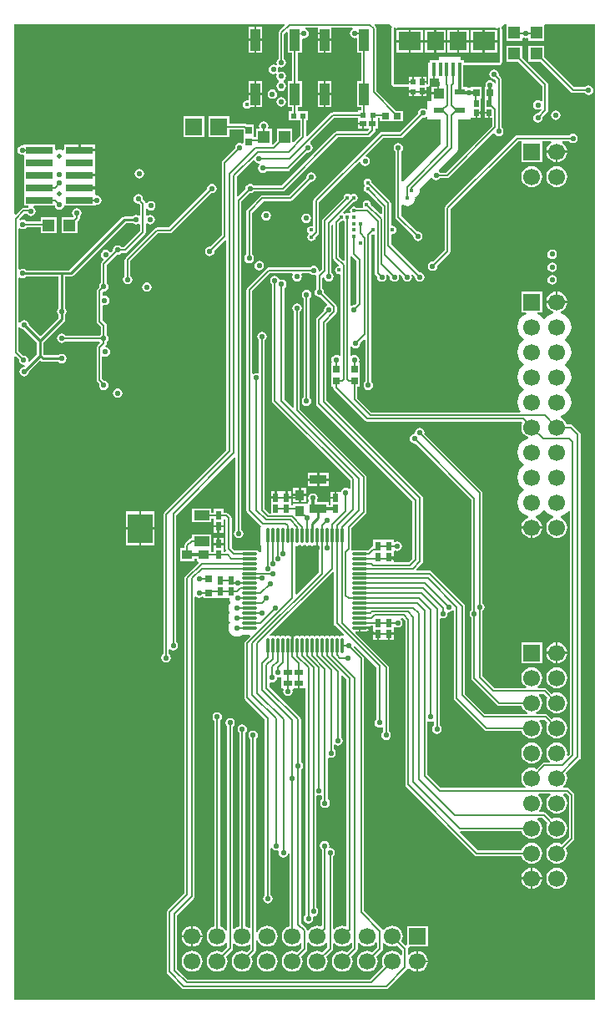
<source format=gtl>
%FSLAX43Y43*%
%MOMM*%
G71*
G01*
G75*
G04 Layer_Physical_Order=1*
G04 Layer_Color=255*
%ADD10R,0.600X0.900*%
%ADD11R,0.700X0.700*%
%ADD12R,0.650X0.800*%
%ADD13R,0.650X0.500*%
%ADD14R,0.600X0.550*%
%ADD15R,0.500X0.650*%
%ADD16R,0.950X1.000*%
%ADD17R,2.800X0.750*%
%ADD18R,1.200X1.200*%
%ADD19R,0.550X0.600*%
%ADD20R,0.400X1.400*%
%ADD21R,2.300X1.900*%
%ADD22R,1.775X1.900*%
%ADD23R,1.100X1.000*%
%ADD24R,1.100X0.600*%
%ADD25R,1.000X2.250*%
%ADD26R,1.200X1.200*%
%ADD27R,0.900X0.600*%
%ADD28R,1.750X0.950*%
%ADD29R,1.000X0.950*%
%ADD30R,1.600X1.000*%
%ADD31R,2.500X3.000*%
%ADD32O,1.650X0.300*%
%ADD33O,0.300X1.650*%
%ADD34R,0.700X0.700*%
%ADD35R,0.800X0.650*%
%ADD36C,0.175*%
%ADD37C,0.200*%
%ADD38C,0.250*%
%ADD39C,0.300*%
%ADD40C,0.180*%
%ADD41C,0.125*%
%ADD42R,0.900X0.300*%
%ADD43C,1.700*%
%ADD44R,1.700X1.700*%
%ADD45R,1.700X1.700*%
%ADD46C,0.500*%
%ADD47C,3.600*%
%ADD48C,0.550*%
%ADD49C,0.400*%
G36*
X-24600Y-10225D02*
X-24600D01*
Y-10575D01*
X-24075D01*
Y-10675D01*
X-23975D01*
Y-11125D01*
X-23536D01*
X-23478Y-11264D01*
X-23671Y-11457D01*
X-26765D01*
X-26877Y-11479D01*
X-26972Y-11543D01*
X-32361Y-16932D01*
X-35175D01*
X-35208Y-16883D01*
X-35365Y-16778D01*
X-35550Y-16741D01*
X-35735Y-16778D01*
X-35892Y-16883D01*
X-35997Y-17040D01*
X-36034Y-17225D01*
X-36023Y-17283D01*
X-36768Y-18029D01*
X-36907Y-17971D01*
Y-16021D01*
X-35280Y-14395D01*
X-35131Y-14410D01*
X-35042Y-14542D01*
X-34885Y-14647D01*
X-34700Y-14684D01*
X-34608Y-14666D01*
X-34551Y-14805D01*
X-34592Y-14833D01*
X-34697Y-14990D01*
X-34734Y-15175D01*
X-34697Y-15360D01*
X-34592Y-15517D01*
X-34435Y-15622D01*
X-34250Y-15659D01*
X-34065Y-15622D01*
X-33908Y-15517D01*
X-33875Y-15468D01*
X-31750D01*
X-31638Y-15446D01*
X-31543Y-15382D01*
X-29733Y-13573D01*
X-29675Y-13584D01*
X-29490Y-13547D01*
X-29333Y-13442D01*
X-29228Y-13285D01*
X-29191Y-13100D01*
X-29228Y-12915D01*
X-29333Y-12758D01*
X-29450Y-12679D01*
X-29465Y-12530D01*
X-27029Y-10093D01*
X-24600D01*
Y-10225D01*
D02*
G37*
G36*
X-555Y-99445D02*
X-59445D01*
Y-34315D01*
X-59307Y-34258D01*
X-58998Y-34567D01*
X-59009Y-34625D01*
X-58972Y-34810D01*
X-58867Y-34967D01*
X-58710Y-35072D01*
X-58525Y-35109D01*
X-58439Y-35092D01*
X-58383Y-35196D01*
X-58473Y-35316D01*
X-58475Y-35316D01*
X-58660Y-35353D01*
X-58817Y-35458D01*
X-58922Y-35615D01*
X-58959Y-35800D01*
X-58922Y-35985D01*
X-58817Y-36142D01*
X-58660Y-36247D01*
X-58475Y-36284D01*
X-58290Y-36247D01*
X-58133Y-36142D01*
X-58028Y-35985D01*
X-57991Y-35800D01*
X-57993Y-35787D01*
X-56916Y-34709D01*
X-56784D01*
X-56677Y-34781D01*
X-56656Y-34785D01*
X-56550Y-34806D01*
X-55000D01*
X-54992Y-34817D01*
X-54835Y-34922D01*
X-54650Y-34959D01*
X-54465Y-34922D01*
X-54308Y-34817D01*
X-54203Y-34660D01*
X-54166Y-34475D01*
X-54203Y-34290D01*
X-54308Y-34133D01*
X-54465Y-34028D01*
X-54650Y-33991D01*
X-54835Y-34028D01*
X-54992Y-34133D01*
X-55000Y-34144D01*
X-56413D01*
X-56519Y-34038D01*
Y-32812D01*
X-54416Y-30709D01*
X-54344Y-30602D01*
X-54340Y-30581D01*
X-54319Y-30475D01*
Y-30075D01*
X-54308Y-30067D01*
X-54203Y-29910D01*
X-54166Y-29725D01*
X-54203Y-29540D01*
X-54308Y-29383D01*
X-54319Y-29375D01*
Y-26181D01*
X-53750D01*
X-53644Y-26160D01*
X-53623Y-26156D01*
X-53516Y-26084D01*
X-48163Y-20731D01*
X-47450D01*
X-47442Y-20742D01*
X-47285Y-20847D01*
X-47100Y-20884D01*
X-46915Y-20847D01*
X-46850Y-20804D01*
X-46718Y-20875D01*
Y-21529D01*
X-48371Y-23182D01*
X-48625D01*
X-48658Y-23133D01*
X-48815Y-23028D01*
X-49000Y-22991D01*
X-49185Y-23028D01*
X-49342Y-23133D01*
X-49447Y-23290D01*
X-49484Y-23475D01*
X-49473Y-23533D01*
X-49640Y-23700D01*
X-49789Y-23685D01*
X-49858Y-23583D01*
X-50015Y-23478D01*
X-50200Y-23441D01*
X-50385Y-23478D01*
X-50542Y-23583D01*
X-50647Y-23740D01*
X-50684Y-23925D01*
X-50647Y-24110D01*
X-50542Y-24267D01*
X-50440Y-24336D01*
X-50425Y-24485D01*
X-50607Y-24668D01*
X-50671Y-24763D01*
X-50693Y-24875D01*
Y-26825D01*
X-50742Y-26858D01*
X-50847Y-27015D01*
X-50884Y-27200D01*
X-50873Y-27258D01*
X-51032Y-27418D01*
X-51096Y-27513D01*
X-51118Y-27625D01*
Y-30694D01*
X-51096Y-30806D01*
X-51032Y-30901D01*
X-50693Y-31240D01*
Y-32050D01*
X-50742Y-32083D01*
X-50775Y-32132D01*
X-54275D01*
X-54308Y-32083D01*
X-54465Y-31978D01*
X-54650Y-31941D01*
X-54835Y-31978D01*
X-54992Y-32083D01*
X-55097Y-32240D01*
X-55134Y-32425D01*
X-55097Y-32610D01*
X-54992Y-32767D01*
X-54835Y-32872D01*
X-54650Y-32909D01*
X-54465Y-32872D01*
X-54308Y-32767D01*
X-54275Y-32718D01*
X-50869D01*
X-50798Y-32850D01*
X-50915Y-33025D01*
X-51057Y-33168D01*
X-51121Y-33263D01*
X-51143Y-33375D01*
Y-36625D01*
X-51121Y-36737D01*
X-51057Y-36832D01*
X-50856Y-37033D01*
X-50884Y-37175D01*
X-50847Y-37360D01*
X-50742Y-37517D01*
X-50585Y-37622D01*
X-50400Y-37659D01*
X-50215Y-37622D01*
X-50058Y-37517D01*
X-49953Y-37360D01*
X-49916Y-37175D01*
X-49953Y-36990D01*
X-50058Y-36833D01*
X-50215Y-36728D01*
X-50362Y-36698D01*
X-50557Y-36504D01*
Y-34309D01*
X-50425Y-34238D01*
X-50410Y-34247D01*
X-50225Y-34284D01*
X-50040Y-34247D01*
X-49883Y-34142D01*
X-49778Y-33985D01*
X-49741Y-33800D01*
X-49778Y-33615D01*
X-49883Y-33458D01*
X-50040Y-33353D01*
X-50195Y-33322D01*
X-50239Y-33178D01*
X-50193Y-33132D01*
X-50129Y-33037D01*
X-50107Y-32925D01*
X-50107Y-32925D01*
X-50107Y-32925D01*
Y-32925D01*
Y-32800D01*
X-50058Y-32767D01*
X-49953Y-32610D01*
X-49916Y-32425D01*
X-49953Y-32240D01*
X-50058Y-32083D01*
X-50107Y-32050D01*
Y-31119D01*
X-50129Y-31007D01*
X-50193Y-30911D01*
X-50532Y-30572D01*
Y-29131D01*
X-50416Y-29036D01*
X-50300Y-29059D01*
X-50115Y-29022D01*
X-49958Y-28917D01*
X-49853Y-28760D01*
X-49816Y-28575D01*
X-49853Y-28390D01*
X-49958Y-28233D01*
X-50115Y-28128D01*
X-50300Y-28091D01*
X-50416Y-28114D01*
X-50532Y-28019D01*
Y-27776D01*
X-50416Y-27681D01*
X-50400Y-27684D01*
X-50215Y-27647D01*
X-50058Y-27542D01*
X-49953Y-27385D01*
X-49916Y-27200D01*
X-49953Y-27015D01*
X-50058Y-26858D01*
X-50107Y-26825D01*
Y-24996D01*
X-49058Y-23948D01*
X-49000Y-23959D01*
X-48815Y-23922D01*
X-48658Y-23817D01*
X-48625Y-23768D01*
X-48250D01*
X-48138Y-23746D01*
X-48043Y-23682D01*
X-46218Y-21857D01*
X-46154Y-21762D01*
X-46132Y-21650D01*
Y-20817D01*
X-46000Y-20746D01*
X-45885Y-20822D01*
X-45700Y-20859D01*
X-45515Y-20822D01*
X-45358Y-20717D01*
X-45253Y-20560D01*
X-45216Y-20375D01*
X-45253Y-20190D01*
X-45358Y-20033D01*
X-45515Y-19928D01*
X-45700Y-19891D01*
X-45885Y-19928D01*
X-46000Y-20004D01*
X-46132Y-19933D01*
Y-19330D01*
X-45988Y-19286D01*
X-45967Y-19317D01*
X-45810Y-19422D01*
X-45625Y-19459D01*
X-45440Y-19422D01*
X-45283Y-19317D01*
X-45178Y-19160D01*
X-45141Y-18975D01*
X-45178Y-18790D01*
X-45283Y-18633D01*
X-45440Y-18528D01*
X-45625Y-18491D01*
X-45810Y-18528D01*
X-45967Y-18633D01*
X-46003Y-18686D01*
X-46150Y-18657D01*
X-46154Y-18638D01*
X-46218Y-18543D01*
X-46427Y-18333D01*
X-46416Y-18275D01*
X-46453Y-18090D01*
X-46558Y-17933D01*
X-46715Y-17828D01*
X-46900Y-17791D01*
X-47085Y-17828D01*
X-47242Y-17933D01*
X-47347Y-18090D01*
X-47384Y-18275D01*
X-47347Y-18460D01*
X-47242Y-18617D01*
X-47085Y-18722D01*
X-46900Y-18759D01*
X-46842Y-18748D01*
X-46718Y-18871D01*
Y-19925D01*
X-46850Y-19995D01*
X-46915Y-19952D01*
X-47100Y-19916D01*
X-47285Y-19952D01*
X-47442Y-20057D01*
X-47450Y-20068D01*
X-48300D01*
X-48427Y-20094D01*
X-48534Y-20165D01*
X-53887Y-25519D01*
X-58300D01*
X-58308Y-25508D01*
X-58465Y-25403D01*
X-58650Y-25366D01*
X-58835Y-25403D01*
X-58900Y-25445D01*
X-59032Y-25375D01*
Y-21317D01*
X-58900Y-21246D01*
X-58785Y-21322D01*
X-58600Y-21359D01*
X-58415Y-21322D01*
X-58258Y-21217D01*
X-58225Y-21168D01*
X-56775D01*
Y-21775D01*
X-55175D01*
Y-20175D01*
X-56775D01*
Y-20582D01*
X-58225D01*
X-58258Y-20533D01*
X-58415Y-20428D01*
X-58600Y-20391D01*
X-58785Y-20428D01*
X-58900Y-20504D01*
X-58929Y-20488D01*
X-58951Y-20340D01*
X-58404Y-19793D01*
X-58167D01*
X-58117Y-19867D01*
X-57960Y-19972D01*
X-57775Y-20009D01*
X-57590Y-19972D01*
X-57433Y-19867D01*
X-57328Y-19710D01*
X-57291Y-19525D01*
X-57328Y-19340D01*
X-57433Y-19183D01*
X-57506Y-19134D01*
X-57462Y-18990D01*
X-55341D01*
X-55322Y-19085D01*
X-55217Y-19242D01*
X-55060Y-19347D01*
X-54875Y-19384D01*
X-54690Y-19347D01*
X-54533Y-19242D01*
X-54428Y-19085D01*
X-54409Y-18990D01*
X-51245D01*
Y-18990D01*
X-51131Y-18896D01*
X-51115Y-18899D01*
X-50930Y-18862D01*
X-50773Y-18757D01*
X-50668Y-18600D01*
X-50631Y-18415D01*
X-50668Y-18230D01*
X-50773Y-18073D01*
X-50930Y-17968D01*
X-51115Y-17931D01*
X-51129Y-17934D01*
X-51245Y-17838D01*
Y-17720D01*
X-51245D01*
Y-17245D01*
X-52845D01*
Y-17045D01*
X-51245D01*
Y-16570D01*
D01*
Y-16570D01*
X-51245Y-16570D01*
Y-16450D01*
X-51245D01*
Y-15975D01*
X-52845D01*
Y-15775D01*
X-51245D01*
Y-15300D01*
D01*
Y-15300D01*
X-51245Y-15300D01*
Y-15180D01*
X-51245D01*
Y-14030D01*
D01*
Y-14030D01*
X-51245Y-14030D01*
Y-13910D01*
X-51245D01*
Y-13435D01*
X-52845D01*
Y-13335D01*
X-52945D01*
Y-12760D01*
X-54445D01*
Y-13255D01*
X-54570Y-13339D01*
X-54692Y-13288D01*
X-54875Y-13264D01*
X-55058Y-13288D01*
X-55180Y-13339D01*
X-55305Y-13255D01*
Y-12760D01*
X-58505D01*
Y-12764D01*
X-58621Y-12859D01*
X-58665Y-12851D01*
X-58850Y-12888D01*
X-59007Y-12993D01*
X-59112Y-13150D01*
X-59149Y-13335D01*
X-59112Y-13520D01*
X-59007Y-13677D01*
X-58850Y-13782D01*
X-58665Y-13819D01*
X-58621Y-13811D01*
X-58505Y-13906D01*
Y-13910D01*
X-58505Y-13910D01*
X-58505Y-14030D01*
X-58505D01*
Y-15180D01*
X-58505Y-15180D01*
X-58505Y-15300D01*
X-58505D01*
Y-16450D01*
X-58505Y-16450D01*
X-58505Y-16570D01*
X-58505D01*
Y-17720D01*
X-58505Y-17720D01*
X-58505Y-17840D01*
X-58505D01*
Y-18990D01*
X-58088D01*
X-58058Y-19086D01*
X-58148Y-19207D01*
X-58525D01*
X-58637Y-19229D01*
X-58732Y-19293D01*
X-59307Y-19867D01*
X-59445Y-19810D01*
Y-555D01*
X-32090D01*
X-32033Y-693D01*
X-32597Y-1258D01*
X-32661Y-1353D01*
X-32683Y-1465D01*
Y-4090D01*
X-32732Y-4122D01*
X-32837Y-4280D01*
X-32874Y-4465D01*
X-32837Y-4650D01*
X-32835Y-4654D01*
X-32941Y-4760D01*
X-33005Y-4718D01*
X-33190Y-4681D01*
X-33375Y-4718D01*
X-33532Y-4823D01*
X-33637Y-4980D01*
X-33674Y-5165D01*
X-33637Y-5350D01*
X-33532Y-5507D01*
X-33375Y-5612D01*
X-33190Y-5649D01*
X-33005Y-5612D01*
X-32941Y-5570D01*
X-32835Y-5676D01*
X-32837Y-5680D01*
X-32874Y-5865D01*
X-32837Y-6050D01*
X-32732Y-6207D01*
X-32609Y-6290D01*
Y-6440D01*
X-32732Y-6523D01*
X-32837Y-6680D01*
X-32874Y-6865D01*
X-32837Y-7050D01*
X-32732Y-7207D01*
X-32575Y-7312D01*
X-32390Y-7349D01*
X-32205Y-7312D01*
X-32048Y-7207D01*
X-31943Y-7050D01*
X-31906Y-6865D01*
X-31943Y-6680D01*
X-32048Y-6523D01*
X-32171Y-6440D01*
Y-6290D01*
X-32048Y-6207D01*
X-31943Y-6050D01*
X-31906Y-5865D01*
X-31943Y-5680D01*
X-32048Y-5523D01*
X-32205Y-5418D01*
X-32390Y-5381D01*
X-32575Y-5418D01*
X-32639Y-5460D01*
X-32745Y-5354D01*
X-32743Y-5350D01*
X-32706Y-5165D01*
X-32743Y-4980D01*
X-32745Y-4976D01*
X-32639Y-4870D01*
X-32575Y-4912D01*
X-32390Y-4949D01*
X-32205Y-4912D01*
X-32048Y-4807D01*
X-31943Y-4650D01*
X-31906Y-4465D01*
X-31943Y-4280D01*
X-32048Y-4122D01*
X-32097Y-4090D01*
Y-1586D01*
X-31839Y-1328D01*
X-31700Y-1386D01*
Y-3475D01*
X-31306D01*
Y-6325D01*
X-31700D01*
Y-8975D01*
X-31306D01*
Y-9375D01*
X-31650D01*
Y-10325D01*
X-30650D01*
D01*
X-30650Y-10325D01*
X-30650Y-10325D01*
X-30650D01*
Y-10325D01*
Y-10325D01*
X-30443D01*
Y-11888D01*
X-31111Y-12556D01*
X-31250Y-12498D01*
Y-11200D01*
X-32850D01*
Y-12385D01*
X-33211Y-12747D01*
X-33350Y-12689D01*
Y-11200D01*
X-33632D01*
X-33727Y-11084D01*
X-33691Y-10900D01*
X-33728Y-10715D01*
X-33833Y-10558D01*
X-33990Y-10453D01*
X-34175Y-10416D01*
X-34360Y-10453D01*
X-34517Y-10558D01*
X-34622Y-10715D01*
X-34659Y-10900D01*
X-34623Y-11084D01*
X-34718Y-11200D01*
X-34950D01*
Y-12044D01*
X-35150D01*
X-35150Y-11950D01*
X-35150D01*
D01*
X-35150Y-11950D01*
X-35150Y-11874D01*
X-35150Y-11844D01*
X-35150Y-11844D01*
X-35150D01*
Y-10750D01*
X-35860D01*
X-35868Y-10743D01*
X-35963Y-10679D01*
X-36075Y-10657D01*
X-37680D01*
Y-9900D01*
X-39780D01*
Y-12000D01*
X-37680D01*
Y-11243D01*
X-36200D01*
Y-11844D01*
X-36200Y-11844D01*
X-36200D01*
X-36200Y-11950D01*
Y-11950D01*
D01*
X-36200Y-12056D01*
X-36200Y-12056D01*
X-36200D01*
Y-12612D01*
X-36332Y-12683D01*
X-36415Y-12628D01*
X-36600Y-12591D01*
X-36785Y-12628D01*
X-36942Y-12733D01*
X-37047Y-12890D01*
X-37084Y-13075D01*
X-37073Y-13133D01*
X-38357Y-14418D01*
X-38421Y-14513D01*
X-38443Y-14625D01*
Y-21979D01*
X-39592Y-23127D01*
X-39650Y-23116D01*
X-39835Y-23153D01*
X-39992Y-23258D01*
X-40097Y-23415D01*
X-40134Y-23600D01*
X-40097Y-23785D01*
X-39992Y-23942D01*
X-39835Y-24047D01*
X-39650Y-24084D01*
X-39465Y-24047D01*
X-39308Y-23942D01*
X-39203Y-23785D01*
X-39166Y-23600D01*
X-39177Y-23542D01*
X-38107Y-22471D01*
X-37968Y-22529D01*
Y-43754D01*
X-44282Y-50068D01*
X-44346Y-50163D01*
X-44368Y-50275D01*
Y-64425D01*
X-44417Y-64458D01*
X-44522Y-64615D01*
X-44559Y-64800D01*
X-44522Y-64985D01*
X-44417Y-65142D01*
X-44260Y-65247D01*
X-44075Y-65284D01*
X-43890Y-65247D01*
X-43733Y-65142D01*
X-43628Y-64985D01*
X-43591Y-64800D01*
X-43628Y-64615D01*
X-43733Y-64458D01*
X-43782Y-64425D01*
Y-64017D01*
X-43650Y-63946D01*
X-43535Y-64022D01*
X-43350Y-64059D01*
X-43165Y-64022D01*
X-43008Y-63917D01*
X-42903Y-63760D01*
X-42866Y-63575D01*
X-42903Y-63390D01*
X-43008Y-63233D01*
X-43057Y-63200D01*
Y-50321D01*
X-37157Y-44421D01*
X-37018Y-44479D01*
Y-51825D01*
X-37067Y-51858D01*
X-37172Y-52015D01*
X-37209Y-52200D01*
X-37172Y-52385D01*
X-37067Y-52542D01*
X-36910Y-52647D01*
X-36725Y-52684D01*
X-36540Y-52647D01*
X-36383Y-52542D01*
X-36278Y-52385D01*
X-36241Y-52200D01*
X-36278Y-52015D01*
X-36383Y-51858D01*
X-36432Y-51825D01*
Y-18521D01*
X-35608Y-17698D01*
X-35550Y-17709D01*
X-35365Y-17672D01*
X-35208Y-17567D01*
X-35175Y-17518D01*
X-32240D01*
X-32127Y-17496D01*
X-32032Y-17432D01*
X-26643Y-12043D01*
X-23550D01*
X-23438Y-12021D01*
X-23343Y-11957D01*
X-22918Y-11532D01*
X-22854Y-11437D01*
X-22832Y-11325D01*
Y-11125D01*
X-22600D01*
Y-10275D01*
Y-10093D01*
X-22400D01*
Y-10425D01*
X-21200D01*
Y-10425D01*
D01*
X-21200Y-10425D01*
X-21200D01*
Y-10425D01*
X-20000D01*
Y-9375D01*
X-20710D01*
X-22732Y-7354D01*
Y-1025D01*
X-22754Y-913D01*
X-22818Y-818D01*
X-22942Y-693D01*
X-22885Y-555D01*
X-21485D01*
X-21248Y-737D01*
X-21228Y-745D01*
X-21220Y-752D01*
X-21164Y-886D01*
X-21179Y-922D01*
X-21183Y-942D01*
X-21190Y-961D01*
X-21200Y-1009D01*
Y-1029D01*
X-21204Y-1049D01*
Y-6655D01*
Y-6680D01*
X-21200Y-6700D01*
X-21200Y-6720D01*
X-21199Y-6723D01*
X-21198Y-6727D01*
X-21198Y-6727D01*
X-21192Y-6742D01*
X-21188Y-6758D01*
X-21184Y-6765D01*
X-21182Y-6769D01*
X-21182Y-6770D01*
X-21182Y-6770D01*
X-21181Y-6771D01*
Y-6771D01*
X-21181Y-6771D01*
X-21181Y-6771D01*
X-21175Y-6781D01*
X-21170Y-6793D01*
X-21165Y-6800D01*
X-21163Y-6805D01*
X-21163Y-6805D01*
X-21150Y-6818D01*
X-21137Y-6837D01*
X-21137Y-6837D01*
X-21137Y-6837D01*
X-21118Y-6850D01*
X-21107Y-6861D01*
X-21102Y-6863D01*
X-21100Y-6865D01*
X-21093Y-6870D01*
X-21081Y-6875D01*
X-21071Y-6881D01*
X-21071Y-6881D01*
X-21071Y-6881D01*
X-21071D01*
X-21065Y-6884D01*
X-21065Y-6884D01*
X-21058Y-6888D01*
X-21039Y-6892D01*
X-21021Y-6900D01*
X-21020Y-6900D01*
X-21020D01*
X-21020Y-6900D01*
X-21000Y-6900D01*
X-20980Y-6904D01*
X-19475D01*
Y-7300D01*
X-19000D01*
Y-7400D01*
X-18900D01*
Y-7900D01*
X-18550D01*
Y-7900D01*
X-18200D01*
Y-7375D01*
X-18100D01*
Y-7275D01*
X-17650D01*
Y-6950D01*
Y-6904D01*
X-17520D01*
X-17500Y-6900D01*
X-17480Y-6900D01*
X-17477Y-6899D01*
X-17473Y-6898D01*
X-17473Y-6898D01*
X-17458Y-6892D01*
X-17442Y-6888D01*
X-17435Y-6884D01*
X-17431Y-6882D01*
X-17430Y-6882D01*
X-17430Y-6882D01*
X-17429Y-6881D01*
X-17429D01*
X-17429Y-6881D01*
X-17429Y-6881D01*
X-17419Y-6875D01*
X-17407Y-6870D01*
X-17400Y-6865D01*
X-17395Y-6863D01*
X-17395Y-6863D01*
X-17382Y-6850D01*
X-17363Y-6837D01*
X-17363Y-6837D01*
X-17363Y-6837D01*
X-17350Y-6818D01*
X-17339Y-6807D01*
X-17337Y-6802D01*
X-17335Y-6800D01*
X-17330Y-6793D01*
X-17325Y-6781D01*
X-17319Y-6771D01*
X-17319Y-6771D01*
X-17319Y-6771D01*
Y-6771D01*
X-17316Y-6765D01*
X-17316Y-6765D01*
X-17312Y-6758D01*
X-17308Y-6739D01*
X-17300Y-6721D01*
X-17300Y-6720D01*
Y-6720D01*
X-17300Y-6720D01*
X-17300Y-6700D01*
X-17296Y-6680D01*
Y-6050D01*
X-17000D01*
Y-5150D01*
X-16800D01*
Y-6050D01*
X-16400D01*
Y-6450D01*
X-16320D01*
Y-6700D01*
X-16309Y-6787D01*
X-16407Y-6900D01*
X-17150D01*
Y-7500D01*
X-16400D01*
Y-7700D01*
X-17150D01*
Y-8300D01*
D01*
Y-8300D01*
X-17250Y-8400D01*
X-17550D01*
Y-9144D01*
X-17683Y-9233D01*
X-17840Y-9128D01*
X-18025Y-9091D01*
X-18210Y-9128D01*
X-18367Y-9233D01*
X-18472Y-9390D01*
X-18509Y-9575D01*
X-18498Y-9633D01*
X-20371Y-11507D01*
X-22182D01*
X-22294Y-11529D01*
X-22389Y-11593D01*
X-29057Y-18261D01*
X-29121Y-18356D01*
X-29143Y-18468D01*
Y-20940D01*
X-29259Y-21035D01*
X-29350Y-21017D01*
X-29506Y-21048D01*
X-29638Y-21137D01*
X-29727Y-21269D01*
X-29758Y-21425D01*
X-29727Y-21581D01*
X-29638Y-21713D01*
X-29613Y-21730D01*
Y-21862D01*
X-29702Y-21994D01*
X-29733Y-22150D01*
X-29702Y-22306D01*
X-29613Y-22438D01*
X-29481Y-22527D01*
X-29325Y-22558D01*
X-29169Y-22527D01*
X-29037Y-22438D01*
X-28948Y-22306D01*
X-28919Y-22158D01*
X-28643Y-21882D01*
X-28579Y-21787D01*
X-28557Y-21675D01*
X-28557Y-21675D01*
X-28557Y-21675D01*
Y-21675D01*
Y-18590D01*
X-24481Y-14514D01*
X-24338Y-14558D01*
X-24322Y-14635D01*
X-24217Y-14792D01*
X-24060Y-14897D01*
X-23875Y-14934D01*
X-23690Y-14897D01*
X-23533Y-14792D01*
X-23428Y-14635D01*
X-23391Y-14450D01*
X-23428Y-14265D01*
X-23533Y-14108D01*
X-23690Y-14003D01*
X-23767Y-13987D01*
X-23811Y-13844D01*
X-22060Y-12093D01*
X-20250D01*
X-20138Y-12071D01*
X-20043Y-12007D01*
X-20043Y-12007D01*
X-20043Y-12007D01*
X-18083Y-10048D01*
X-18025Y-10059D01*
X-17840Y-10022D01*
X-17683Y-9917D01*
X-17550Y-10006D01*
Y-10200D01*
X-16226D01*
Y-12692D01*
X-20068Y-16534D01*
X-20188Y-16485D01*
X-20207Y-16470D01*
Y-13475D01*
X-20158Y-13442D01*
X-20053Y-13285D01*
X-20016Y-13100D01*
X-20053Y-12915D01*
X-20158Y-12758D01*
X-20315Y-12653D01*
X-20500Y-12616D01*
X-20685Y-12653D01*
X-20842Y-12758D01*
X-20947Y-12915D01*
X-20984Y-13100D01*
X-20947Y-13285D01*
X-20842Y-13442D01*
X-20793Y-13475D01*
Y-20100D01*
X-20771Y-20212D01*
X-20707Y-20307D01*
X-18998Y-22017D01*
X-19009Y-22075D01*
X-18972Y-22260D01*
X-18867Y-22417D01*
X-18710Y-22522D01*
X-18525Y-22559D01*
X-18340Y-22522D01*
X-18183Y-22417D01*
X-18078Y-22260D01*
X-18041Y-22075D01*
X-18078Y-21890D01*
X-18183Y-21733D01*
X-18340Y-21628D01*
X-18525Y-21591D01*
X-18583Y-21602D01*
X-20207Y-19979D01*
Y-18912D01*
X-20072Y-18846D01*
X-20003Y-18899D01*
X-19809Y-18979D01*
X-19600Y-19007D01*
X-19391Y-18979D01*
X-19197Y-18899D01*
X-19029Y-18771D01*
X-18901Y-18603D01*
X-18821Y-18409D01*
X-18793Y-18200D01*
X-18803Y-18122D01*
X-18747Y-18099D01*
X-18579Y-17971D01*
X-18451Y-17803D01*
X-18371Y-17609D01*
X-18343Y-17400D01*
X-18353Y-17325D01*
X-17203Y-16174D01*
X-17053Y-16189D01*
X-17017Y-16242D01*
X-16860Y-16347D01*
X-16675Y-16384D01*
X-16490Y-16347D01*
X-16333Y-16242D01*
X-16300Y-16193D01*
X-15575D01*
X-15463Y-16171D01*
X-15368Y-16107D01*
X-10905Y-11645D01*
X-10756Y-11660D01*
X-10667Y-11792D01*
X-10510Y-11897D01*
X-10325Y-11934D01*
X-10140Y-11897D01*
X-9983Y-11792D01*
X-9878Y-11635D01*
X-9841Y-11450D01*
X-9878Y-11265D01*
X-9983Y-11108D01*
X-10012Y-11088D01*
Y-6170D01*
X-10012Y-6170D01*
X-10012Y-6170D01*
Y-6170D01*
X-10012D01*
X-10012Y-6170D01*
X-10034Y-6058D01*
X-10098Y-5963D01*
X-10327Y-5733D01*
X-10316Y-5675D01*
X-10353Y-5490D01*
X-10458Y-5333D01*
X-10615Y-5228D01*
X-10800Y-5191D01*
X-10985Y-5228D01*
X-11142Y-5333D01*
X-11247Y-5490D01*
X-11284Y-5675D01*
X-11247Y-5860D01*
X-11142Y-6017D01*
X-10985Y-6122D01*
X-10800Y-6159D01*
X-10742Y-6148D01*
X-10598Y-6291D01*
Y-6551D01*
X-10747Y-6566D01*
X-10753Y-6540D01*
X-10858Y-6383D01*
X-11015Y-6278D01*
X-11200Y-6241D01*
X-11385Y-6278D01*
X-11542Y-6383D01*
X-11647Y-6540D01*
X-11684Y-6725D01*
X-11647Y-6910D01*
X-11647D01*
X-11750Y-6950D01*
X-11750D01*
Y-8050D01*
D01*
D01*
X-11750Y-8050D01*
X-11750Y-8100D01*
X-11750D01*
Y-9150D01*
Y-9475D01*
X-11300D01*
Y-9575D01*
X-11200D01*
Y-10100D01*
X-10993D01*
Y-10904D01*
X-15696Y-15607D01*
X-16300D01*
X-16333Y-15558D01*
X-16386Y-15522D01*
X-16401Y-15372D01*
X-14658Y-13630D01*
X-14547Y-13485D01*
X-14522Y-13423D01*
X-14478Y-13318D01*
X-14454Y-13137D01*
Y-10200D01*
X-13150D01*
Y-10100D01*
X-13050D01*
Y-10100D01*
X-12700D01*
Y-9575D01*
X-12600D01*
Y-9475D01*
X-12150D01*
Y-9150D01*
Y-8100D01*
D01*
Y-8100D01*
X-12100Y-8050D01*
X-12050D01*
Y-6950D01*
X-13150D01*
X-13150Y-6950D01*
X-13266Y-7032D01*
X-13350Y-7016D01*
X-13434Y-7032D01*
X-13550Y-6937D01*
Y-6900D01*
X-13957D01*
Y-6050D01*
X-13900D01*
Y-4745D01*
X-13850Y-4704D01*
X-10220D01*
X-10200Y-4700D01*
X-10180Y-4700D01*
X-10177Y-4699D01*
X-10173Y-4699D01*
X-10173Y-4698D01*
X-10158Y-4692D01*
X-10142Y-4688D01*
X-10135Y-4684D01*
X-10131Y-4682D01*
X-10130Y-4682D01*
X-10130Y-4682D01*
X-10129Y-4681D01*
X-10129D01*
X-10129Y-4681D01*
X-10129Y-4681D01*
X-10119Y-4675D01*
X-10107Y-4670D01*
X-10100Y-4665D01*
X-10095Y-4663D01*
X-10095Y-4663D01*
X-10082Y-4650D01*
X-10063Y-4637D01*
X-10063Y-4637D01*
X-10063Y-4637D01*
X-10050Y-4618D01*
X-10039Y-4607D01*
X-10037Y-4602D01*
X-10035Y-4600D01*
X-10030Y-4593D01*
X-10025Y-4581D01*
X-10019Y-4571D01*
X-10019Y-4571D01*
X-10019Y-4571D01*
Y-4571D01*
X-10016Y-4565D01*
X-10016Y-4565D01*
X-10012Y-4558D01*
X-10008Y-4539D01*
X-10000Y-4521D01*
X-10000Y-4520D01*
Y-4520D01*
X-10000Y-4520D01*
X-10000Y-4500D01*
X-9996Y-4480D01*
Y-1047D01*
X-10000Y-1027D01*
Y-1007D01*
X-10010Y-959D01*
X-10017Y-940D01*
X-10021Y-920D01*
X-10035Y-886D01*
X-9978Y-748D01*
X-9951Y-737D01*
X-9714Y-555D01*
X-9550D01*
Y-555D01*
Y-650D01*
X-9550Y-661D01*
X-9550Y-661D01*
X-9550D01*
Y-2250D01*
X-7950D01*
Y-2015D01*
X-7818Y-1944D01*
X-7785Y-1965D01*
X-7600Y-2002D01*
X-7416Y-1966D01*
X-7300Y-2061D01*
Y-2250D01*
X-5700D01*
Y-661D01*
X-5700Y-661D01*
D01*
D01*
X-5700Y-650D01*
D01*
X-5605Y-555D01*
X-555D01*
Y-99445D01*
D02*
G37*
G36*
X-58817Y-31392D02*
X-58660Y-31497D01*
X-58475Y-31534D01*
X-58462Y-31532D01*
X-57181Y-32812D01*
Y-34038D01*
X-57926Y-34782D01*
X-58058Y-34711D01*
X-58041Y-34625D01*
X-58078Y-34440D01*
X-58183Y-34283D01*
X-58340Y-34178D01*
X-58525Y-34141D01*
X-58583Y-34152D01*
X-59032Y-33704D01*
Y-31330D01*
X-58888Y-31286D01*
X-58817Y-31392D01*
D02*
G37*
G36*
X-54981Y-29375D02*
X-54992Y-29383D01*
X-55097Y-29540D01*
X-55134Y-29725D01*
X-55097Y-29910D01*
X-54992Y-30067D01*
X-54981Y-30075D01*
Y-30338D01*
X-56775Y-32131D01*
X-56925D01*
X-57993Y-31063D01*
X-57991Y-31050D01*
X-58028Y-30865D01*
X-58133Y-30708D01*
X-58290Y-30603D01*
X-58475Y-30566D01*
X-58660Y-30603D01*
X-58817Y-30708D01*
X-58888Y-30814D01*
X-59032Y-30770D01*
Y-26325D01*
X-58900Y-26255D01*
X-58835Y-26297D01*
X-58650Y-26334D01*
X-58465Y-26297D01*
X-58308Y-26192D01*
X-58300Y-26181D01*
X-54981D01*
Y-29375D01*
D02*
G37*
G36*
X-10244Y-916D02*
X-10210Y-998D01*
X-10200Y-1047D01*
Y-4480D01*
X-10200Y-4480D01*
X-10205Y-4487D01*
X-10207Y-4493D01*
X-10208Y-4493D01*
X-10208Y-4494D01*
X-10213Y-4496D01*
X-10220Y-4500D01*
X-10220Y-4500D01*
X-10245D01*
X-13850D01*
Y-4200D01*
X-14150D01*
Y-3850D01*
X-16400D01*
Y-4200D01*
X-17350D01*
Y-4500D01*
X-17500D01*
Y-6050D01*
X-17500Y-6050D01*
X-17500D01*
Y-6680D01*
X-17500Y-6680D01*
X-17505Y-6687D01*
X-17507Y-6693D01*
X-17508Y-6693D01*
X-17508Y-6693D01*
X-17513Y-6695D01*
X-17520Y-6700D01*
X-17520Y-6700D01*
X-17545D01*
X-17650D01*
Y-6525D01*
X-18100D01*
Y-6425D01*
X-18200D01*
Y-5900D01*
X-18900D01*
Y-6400D01*
X-19000D01*
Y-6500D01*
X-19475D01*
Y-6700D01*
X-20980D01*
X-20980Y-6700D01*
X-20987Y-6695D01*
X-20993Y-6693D01*
X-20993Y-6692D01*
X-20993Y-6692D01*
X-20996Y-6687D01*
X-21000Y-6680D01*
X-21000Y-6680D01*
Y-6655D01*
Y-1049D01*
X-20990Y-1000D01*
X-20955Y-914D01*
X-20955Y-914D01*
D01*
X-20948Y-915D01*
X-20948Y-915D01*
X-20948Y-915D01*
X-20599Y-961D01*
Y-955D01*
X-10600D01*
Y-961D01*
X-10251Y-915D01*
X-10248Y-914D01*
X-10244Y-916D01*
D02*
G37*
G36*
X-25124Y-1062D02*
X-25267Y-1158D01*
X-25372Y-1315D01*
X-25409Y-1500D01*
X-25372Y-1685D01*
X-25267Y-1842D01*
X-25110Y-1947D01*
X-24925Y-1984D01*
X-24816Y-1963D01*
X-24700Y-2058D01*
Y-3475D01*
X-24293D01*
Y-6325D01*
X-24700D01*
Y-8975D01*
X-24293D01*
Y-9325D01*
X-24600D01*
Y-9507D01*
X-27150D01*
X-27262Y-9529D01*
X-27357Y-9593D01*
X-29718Y-11954D01*
X-29857Y-11896D01*
Y-10325D01*
X-29650D01*
Y-9375D01*
X-30650D01*
D01*
X-30650Y-9375D01*
X-30650D01*
D01*
X-30694Y-9375D01*
Y-8975D01*
X-30300D01*
Y-6325D01*
X-30694D01*
Y-3475D01*
X-30300D01*
Y-2083D01*
X-30184Y-1988D01*
X-30075Y-2009D01*
X-29890Y-1972D01*
X-29733Y-1867D01*
X-29628Y-1710D01*
X-29591Y-1525D01*
X-29628Y-1340D01*
X-29733Y-1183D01*
X-29890Y-1078D01*
X-29941Y-1067D01*
X-29926Y-918D01*
X-28700D01*
Y-2050D01*
X-27300D01*
Y-918D01*
X-25168D01*
X-25124Y-1062D01*
D02*
G37*
%LPC*%
G36*
X-29850Y-19766D02*
X-30035Y-19803D01*
X-30192Y-19908D01*
X-30297Y-20065D01*
X-30334Y-20250D01*
X-30297Y-20435D01*
X-30192Y-20592D01*
X-30035Y-20697D01*
X-29850Y-20734D01*
X-29665Y-20697D01*
X-29508Y-20592D01*
X-29403Y-20435D01*
X-29366Y-20250D01*
X-29403Y-20065D01*
X-29508Y-19908D01*
X-29665Y-19803D01*
X-29850Y-19766D01*
D02*
G37*
G36*
X-53125Y-19216D02*
X-53310Y-19253D01*
X-53467Y-19358D01*
X-53572Y-19515D01*
X-53609Y-19700D01*
X-53572Y-19885D01*
X-53467Y-20042D01*
X-53467D01*
D01*
Y-20042D01*
X-53556Y-20175D01*
X-54675D01*
Y-21775D01*
X-53075D01*
Y-20590D01*
X-52918Y-20432D01*
X-52854Y-20337D01*
X-52832Y-20225D01*
X-52832Y-20225D01*
X-52832Y-20225D01*
Y-20225D01*
Y-20075D01*
X-52783Y-20042D01*
X-52678Y-19885D01*
X-52641Y-19700D01*
X-52678Y-19515D01*
X-52783Y-19358D01*
X-52940Y-19253D01*
X-53125Y-19216D01*
D02*
G37*
G36*
X-33900Y-19516D02*
X-34085Y-19553D01*
X-34242Y-19658D01*
X-34347Y-19815D01*
X-34384Y-20000D01*
X-34347Y-20185D01*
X-34242Y-20342D01*
X-34085Y-20447D01*
X-33900Y-20484D01*
X-33715Y-20447D01*
X-33558Y-20342D01*
X-33453Y-20185D01*
X-33416Y-20000D01*
X-33453Y-19815D01*
X-33558Y-19658D01*
X-33715Y-19553D01*
X-33900Y-19516D01*
D02*
G37*
G36*
X-4900Y-23416D02*
X-5085Y-23453D01*
X-5242Y-23558D01*
X-5347Y-23715D01*
X-5384Y-23900D01*
X-5347Y-24085D01*
X-5242Y-24242D01*
X-5085Y-24347D01*
X-4900Y-24384D01*
X-4715Y-24347D01*
X-4558Y-24242D01*
X-4453Y-24085D01*
X-4416Y-23900D01*
X-4453Y-23715D01*
X-4558Y-23558D01*
X-4715Y-23453D01*
X-4900Y-23416D01*
D02*
G37*
G36*
Y-24716D02*
X-5085Y-24753D01*
X-5242Y-24858D01*
X-5347Y-25015D01*
X-5384Y-25200D01*
X-5347Y-25385D01*
X-5242Y-25542D01*
X-5085Y-25647D01*
X-4900Y-25684D01*
X-4715Y-25647D01*
X-4558Y-25542D01*
X-4453Y-25385D01*
X-4416Y-25200D01*
X-4453Y-25015D01*
X-4558Y-24858D01*
X-4715Y-24753D01*
X-4900Y-24716D01*
D02*
G37*
G36*
X-18470Y-94524D02*
Y-95470D01*
X-17524D01*
X-17547Y-95296D01*
X-17653Y-95040D01*
X-17821Y-94821D01*
X-18040Y-94653D01*
X-18296Y-94547D01*
X-18470Y-94524D01*
D02*
G37*
G36*
X-17524Y-95670D02*
X-18470D01*
Y-96616D01*
X-18296Y-96593D01*
X-18040Y-96487D01*
X-17821Y-96319D01*
X-17653Y-96100D01*
X-17547Y-95844D01*
X-17524Y-95670D01*
D02*
G37*
G36*
X-34625Y-24566D02*
X-34810Y-24603D01*
X-34967Y-24708D01*
X-35072Y-24865D01*
X-35109Y-25050D01*
X-35072Y-25235D01*
X-34967Y-25392D01*
X-34810Y-25497D01*
X-34625Y-25534D01*
X-34440Y-25497D01*
X-34283Y-25392D01*
X-34178Y-25235D01*
X-34141Y-25050D01*
X-34178Y-24865D01*
X-34283Y-24708D01*
X-34440Y-24603D01*
X-34625Y-24566D01*
D02*
G37*
G36*
X-4530Y-13590D02*
X-5476D01*
X-5453Y-13764D01*
X-5347Y-14020D01*
X-5179Y-14239D01*
X-4960Y-14407D01*
X-4704Y-14513D01*
X-4530Y-14536D01*
Y-13590D01*
D02*
G37*
G36*
X-46775Y-15266D02*
X-46960Y-15303D01*
X-47117Y-15408D01*
X-47222Y-15565D01*
X-47259Y-15750D01*
X-47222Y-15935D01*
X-47117Y-16092D01*
X-46960Y-16197D01*
X-46775Y-16234D01*
X-46590Y-16197D01*
X-46433Y-16092D01*
X-46328Y-15935D01*
X-46291Y-15750D01*
X-46328Y-15565D01*
X-46433Y-15408D01*
X-46590Y-15303D01*
X-46775Y-15266D01*
D02*
G37*
G36*
X-3384Y-13590D02*
X-4330D01*
Y-14536D01*
X-4156Y-14513D01*
X-3900Y-14407D01*
X-3681Y-14239D01*
X-3513Y-14020D01*
X-3407Y-13764D01*
X-3384Y-13590D01*
D02*
G37*
G36*
X-2800Y-11666D02*
X-2985Y-11703D01*
X-3142Y-11808D01*
X-3175Y-11857D01*
X-8450D01*
X-8562Y-11879D01*
X-8657Y-11943D01*
X-15732Y-19018D01*
X-15796Y-19113D01*
X-15818Y-19225D01*
Y-23479D01*
X-16967Y-24627D01*
X-17025Y-24616D01*
X-17210Y-24653D01*
X-17367Y-24758D01*
X-17472Y-24915D01*
X-17509Y-25100D01*
X-17472Y-25285D01*
X-17367Y-25442D01*
X-17210Y-25547D01*
X-17025Y-25584D01*
X-16840Y-25547D01*
X-16683Y-25442D01*
X-16578Y-25285D01*
X-16541Y-25100D01*
X-16552Y-25042D01*
X-15318Y-23807D01*
X-15254Y-23712D01*
X-15232Y-23600D01*
Y-19346D01*
X-8329Y-12443D01*
X-8020D01*
Y-14540D01*
X-5920D01*
Y-12443D01*
X-5024D01*
X-4976Y-12585D01*
X-5179Y-12741D01*
X-5347Y-12960D01*
X-5453Y-13216D01*
X-5476Y-13390D01*
X-3384D01*
X-3407Y-13216D01*
X-3513Y-12960D01*
X-3681Y-12741D01*
X-3884Y-12585D01*
X-3836Y-12443D01*
X-3175D01*
X-3142Y-12492D01*
X-2985Y-12597D01*
X-2800Y-12634D01*
X-2615Y-12597D01*
X-2458Y-12492D01*
X-2353Y-12335D01*
X-2316Y-12150D01*
X-2353Y-11965D01*
X-2458Y-11808D01*
X-2615Y-11703D01*
X-2800Y-11666D01*
D02*
G37*
G36*
X-51245Y-12760D02*
X-52745D01*
Y-13235D01*
X-51245D01*
Y-12760D01*
D02*
G37*
G36*
X-39425Y-16741D02*
X-39610Y-16778D01*
X-39767Y-16883D01*
X-39872Y-17040D01*
X-39909Y-17225D01*
X-39898Y-17283D01*
X-43796Y-21182D01*
X-45000D01*
X-45112Y-21204D01*
X-45207Y-21268D01*
X-48182Y-24243D01*
X-48246Y-24338D01*
X-48268Y-24450D01*
Y-26075D01*
X-48317Y-26108D01*
X-48422Y-26265D01*
X-48459Y-26450D01*
X-48422Y-26635D01*
X-48317Y-26792D01*
X-48160Y-26897D01*
X-47975Y-26934D01*
X-47790Y-26897D01*
X-47633Y-26792D01*
X-47528Y-26635D01*
X-47491Y-26450D01*
X-47528Y-26265D01*
X-47633Y-26108D01*
X-47682Y-26075D01*
Y-24571D01*
X-44879Y-21768D01*
X-43675D01*
X-43563Y-21746D01*
X-43468Y-21682D01*
X-39483Y-17698D01*
X-39425Y-17709D01*
X-39240Y-17672D01*
X-39083Y-17567D01*
X-38978Y-17410D01*
X-38941Y-17225D01*
X-38978Y-17040D01*
X-39083Y-16883D01*
X-39240Y-16778D01*
X-39425Y-16741D01*
D02*
G37*
G36*
X-23625Y-16217D02*
X-23781Y-16248D01*
X-23913Y-16337D01*
X-24002Y-16469D01*
X-24033Y-16625D01*
X-24002Y-16781D01*
X-23913Y-16913D01*
Y-16962D01*
X-24002Y-17094D01*
X-24033Y-17250D01*
X-24002Y-17406D01*
X-23913Y-17538D01*
X-23781Y-17627D01*
X-23633Y-17656D01*
X-22168Y-19121D01*
Y-19771D01*
X-22307Y-19829D01*
X-23319Y-18817D01*
X-23348Y-18669D01*
X-23437Y-18537D01*
X-23569Y-18448D01*
X-23725Y-18417D01*
X-23881Y-18448D01*
X-24013Y-18537D01*
X-24102Y-18669D01*
X-24133Y-18825D01*
X-24102Y-18981D01*
X-24056Y-19050D01*
X-24127Y-19182D01*
X-24744D01*
X-24869Y-19098D01*
X-25025Y-19067D01*
X-25181Y-19098D01*
X-25313Y-19187D01*
X-25402Y-19319D01*
X-25433Y-19475D01*
X-25402Y-19631D01*
X-25380Y-19664D01*
X-25486Y-19770D01*
X-25519Y-19748D01*
X-25675Y-19717D01*
X-25831Y-19748D01*
X-25948Y-19827D01*
X-26084Y-19762D01*
X-26094Y-19659D01*
X-25017Y-18581D01*
X-24869Y-18552D01*
X-24737Y-18463D01*
X-24648Y-18331D01*
X-24617Y-18175D01*
X-24648Y-18019D01*
X-24737Y-17887D01*
X-24869Y-17798D01*
X-25025Y-17767D01*
X-25181Y-17798D01*
X-25313Y-17887D01*
X-25387D01*
X-25519Y-17798D01*
X-25675Y-17767D01*
X-25831Y-17798D01*
X-25963Y-17887D01*
X-26052Y-18019D01*
X-26081Y-18167D01*
X-28182Y-20268D01*
X-28246Y-20363D01*
X-28268Y-20475D01*
Y-25429D01*
X-28495Y-25656D01*
X-28628Y-25585D01*
X-28616Y-25525D01*
X-28653Y-25340D01*
X-28758Y-25183D01*
X-28915Y-25078D01*
X-29100Y-25041D01*
X-29285Y-25078D01*
X-29442Y-25183D01*
X-29475Y-25232D01*
X-33650D01*
X-33762Y-25254D01*
X-33857Y-25318D01*
X-35832Y-27293D01*
X-35896Y-27388D01*
X-35918Y-27500D01*
Y-49825D01*
X-35918Y-49825D01*
X-35918D01*
X-35896Y-49937D01*
X-35832Y-50032D01*
X-34482Y-51382D01*
X-34425Y-51420D01*
X-34481Y-51554D01*
X-34506Y-51750D01*
Y-53100D01*
X-34481Y-53296D01*
X-34443Y-53386D01*
Y-54045D01*
X-34587Y-54089D01*
X-34648Y-53998D01*
X-34763Y-53920D01*
X-34900Y-53893D01*
X-36250D01*
X-36387Y-53920D01*
X-36422Y-53944D01*
X-37123D01*
X-37419Y-53648D01*
Y-50650D01*
X-37419Y-50650D01*
X-37442Y-50533D01*
X-37509Y-50434D01*
X-37509Y-50434D01*
X-37784Y-50159D01*
X-37883Y-50092D01*
X-38000Y-50069D01*
X-38000Y-50069D01*
X-38275D01*
Y-49725D01*
X-39275D01*
Y-50069D01*
X-39475D01*
Y-49675D01*
X-41475D01*
Y-51075D01*
X-39475D01*
Y-50681D01*
X-39275D01*
Y-51025D01*
Y-51375D01*
X-38275D01*
Y-51025D01*
Y-50681D01*
X-38127D01*
X-38031Y-50777D01*
Y-53775D01*
X-38031Y-53775D01*
X-38008Y-53892D01*
X-37978Y-53937D01*
X-38048Y-54069D01*
X-38275D01*
Y-53925D01*
Y-53375D01*
X-39275D01*
Y-53925D01*
Y-54069D01*
X-39525D01*
Y-53700D01*
D01*
Y-53700D01*
X-39500Y-53675D01*
X-39475D01*
Y-52275D01*
X-41475D01*
Y-52669D01*
X-41475Y-52669D01*
X-41592Y-52692D01*
X-41691Y-52759D01*
X-41691Y-52759D01*
X-42141Y-53209D01*
X-42208Y-53308D01*
X-42231Y-53425D01*
X-42231Y-53425D01*
Y-53700D01*
X-42625D01*
Y-55050D01*
X-41225D01*
Y-54729D01*
X-40925D01*
Y-55050D01*
X-40861D01*
X-40803Y-55189D01*
X-42132Y-56518D01*
X-42196Y-56613D01*
X-42218Y-56725D01*
Y-88654D01*
X-43932Y-90368D01*
X-43996Y-90463D01*
X-44018Y-90575D01*
Y-96625D01*
X-44018Y-96625D01*
X-44018D01*
X-43996Y-96737D01*
X-43932Y-96832D01*
X-42482Y-98282D01*
X-42387Y-98346D01*
X-42275Y-98368D01*
X-21725D01*
X-21613Y-98346D01*
X-21518Y-98282D01*
X-21518Y-98282D01*
X-21518Y-98282D01*
X-19618Y-96382D01*
X-19554Y-96287D01*
X-19546Y-96247D01*
X-19400Y-96213D01*
X-19319Y-96319D01*
X-19100Y-96487D01*
X-18844Y-96593D01*
X-18670Y-96616D01*
Y-95570D01*
Y-94524D01*
X-18844Y-94547D01*
X-19100Y-94653D01*
X-19319Y-94821D01*
X-19390Y-94914D01*
X-19532Y-94865D01*
Y-94315D01*
X-19554Y-94203D01*
X-19370Y-94080D01*
X-17520D01*
Y-91980D01*
X-19620D01*
Y-93909D01*
X-19759Y-93967D01*
X-20185Y-93540D01*
X-20087Y-93304D01*
X-20051Y-93030D01*
X-20087Y-92756D01*
X-20193Y-92500D01*
X-20361Y-92281D01*
X-20580Y-92113D01*
X-20836Y-92007D01*
X-21110Y-91971D01*
X-21384Y-92007D01*
X-21640Y-92113D01*
X-21859Y-92281D01*
X-21911Y-92349D01*
X-22104Y-92388D01*
X-22168Y-92293D01*
X-23982Y-90479D01*
Y-64875D01*
X-24004Y-64763D01*
X-24068Y-64668D01*
X-25036Y-63699D01*
X-24993Y-63556D01*
X-24923Y-63542D01*
X-22718Y-65746D01*
Y-71025D01*
X-22767Y-71058D01*
X-22872Y-71215D01*
X-22909Y-71400D01*
X-22872Y-71585D01*
X-22767Y-71742D01*
X-22610Y-71847D01*
X-22425Y-71884D01*
X-22240Y-71847D01*
X-22175Y-71805D01*
X-22043Y-71875D01*
Y-72275D01*
X-22092Y-72308D01*
X-22197Y-72465D01*
X-22234Y-72650D01*
X-22197Y-72835D01*
X-22092Y-72992D01*
X-21935Y-73097D01*
X-21750Y-73134D01*
X-21565Y-73097D01*
X-21408Y-72992D01*
X-21303Y-72835D01*
X-21266Y-72650D01*
X-21303Y-72465D01*
X-21408Y-72308D01*
X-21457Y-72275D01*
Y-65800D01*
X-21479Y-65688D01*
X-21543Y-65593D01*
X-24834Y-62301D01*
X-24819Y-62152D01*
X-24751Y-62107D01*
X-24525D01*
Y-61750D01*
X-24425D01*
Y-61650D01*
X-23391D01*
X-23314Y-61556D01*
X-23050D01*
Y-61900D01*
Y-62250D01*
X-22550D01*
Y-62350D01*
X-22450D01*
Y-63000D01*
X-22050D01*
Y-63000D01*
X-22050D01*
X-22050Y-63000D01*
X-21950Y-63000D01*
Y-63000D01*
X-21550D01*
Y-62350D01*
X-21450D01*
Y-62250D01*
X-20950D01*
Y-61900D01*
Y-61730D01*
X-20818Y-61659D01*
X-20760Y-61697D01*
X-20575Y-61734D01*
X-20390Y-61697D01*
X-20233Y-61592D01*
X-20128Y-61435D01*
X-20091Y-61250D01*
X-20128Y-61065D01*
X-20233Y-60908D01*
X-20264Y-60887D01*
X-20234Y-60788D01*
X-20088Y-60751D01*
X-19793Y-61046D01*
Y-77650D01*
X-19793Y-77650D01*
X-19793D01*
X-19771Y-77762D01*
X-19707Y-77857D01*
X-12747Y-84817D01*
X-12652Y-84881D01*
X-12540Y-84903D01*
X-7985D01*
X-7887Y-85140D01*
X-7719Y-85359D01*
X-7500Y-85527D01*
X-7244Y-85633D01*
X-6970Y-85669D01*
X-6696Y-85633D01*
X-6440Y-85527D01*
X-6221Y-85359D01*
X-6053Y-85140D01*
X-5947Y-84884D01*
X-5911Y-84610D01*
X-5947Y-84336D01*
X-6053Y-84080D01*
X-6221Y-83861D01*
X-6440Y-83693D01*
X-6696Y-83587D01*
X-6970Y-83551D01*
X-7244Y-83587D01*
X-7500Y-83693D01*
X-7719Y-83861D01*
X-7887Y-84080D01*
X-7985Y-84317D01*
X-12419D01*
X-14234Y-82502D01*
X-14176Y-82363D01*
X-7985D01*
X-7887Y-82600D01*
X-7719Y-82819D01*
X-7500Y-82987D01*
X-7244Y-83093D01*
X-6970Y-83129D01*
X-6696Y-83093D01*
X-6440Y-82987D01*
X-6221Y-82819D01*
X-6053Y-82600D01*
X-5947Y-82344D01*
X-5911Y-82070D01*
X-5947Y-81796D01*
X-6053Y-81540D01*
X-6221Y-81321D01*
X-6398Y-81185D01*
X-6350Y-81043D01*
X-5871D01*
X-5355Y-81560D01*
X-5453Y-81796D01*
X-5489Y-82070D01*
X-5453Y-82344D01*
X-5347Y-82600D01*
X-5179Y-82819D01*
X-4960Y-82987D01*
X-4704Y-83093D01*
X-4430Y-83129D01*
X-4156Y-83093D01*
X-3900Y-82987D01*
X-3681Y-82819D01*
X-3513Y-82600D01*
X-3407Y-82344D01*
X-3371Y-82070D01*
X-3407Y-81796D01*
X-3513Y-81540D01*
X-3681Y-81321D01*
X-3900Y-81153D01*
X-4156Y-81047D01*
X-4430Y-81011D01*
X-4704Y-81047D01*
X-4940Y-81145D01*
X-5543Y-80543D01*
X-5638Y-80479D01*
X-5750Y-80457D01*
X-6220D01*
X-6268Y-80315D01*
X-6221Y-80279D01*
X-6053Y-80060D01*
X-5947Y-79804D01*
X-5911Y-79530D01*
X-5947Y-79256D01*
X-6053Y-79000D01*
X-6221Y-78781D01*
X-6314Y-78710D01*
X-6265Y-78568D01*
X-5135D01*
X-5086Y-78710D01*
X-5179Y-78781D01*
X-5347Y-79000D01*
X-5453Y-79256D01*
X-5489Y-79530D01*
X-5453Y-79804D01*
X-5347Y-80060D01*
X-5179Y-80279D01*
X-4960Y-80447D01*
X-4704Y-80553D01*
X-4430Y-80589D01*
X-4156Y-80553D01*
X-3900Y-80447D01*
X-3681Y-80279D01*
X-3513Y-80060D01*
X-3407Y-79804D01*
X-3371Y-79530D01*
X-3407Y-79256D01*
X-3513Y-79000D01*
X-3681Y-78781D01*
X-3774Y-78710D01*
X-3725Y-78568D01*
X-3471D01*
X-3218Y-78821D01*
Y-82984D01*
X-3920Y-83685D01*
X-4156Y-83587D01*
X-4430Y-83551D01*
X-4704Y-83587D01*
X-4960Y-83693D01*
X-5179Y-83861D01*
X-5347Y-84080D01*
X-5453Y-84336D01*
X-5489Y-84610D01*
X-5453Y-84884D01*
X-5347Y-85140D01*
X-5179Y-85359D01*
X-4960Y-85527D01*
X-4704Y-85633D01*
X-4430Y-85669D01*
X-4156Y-85633D01*
X-3900Y-85527D01*
X-3681Y-85359D01*
X-3513Y-85140D01*
X-3407Y-84884D01*
X-3371Y-84610D01*
X-3407Y-84336D01*
X-3505Y-84100D01*
X-2718Y-83312D01*
X-2654Y-83217D01*
X-2632Y-83105D01*
Y-78700D01*
X-2654Y-78588D01*
X-2718Y-78493D01*
X-3143Y-78068D01*
X-3238Y-78004D01*
X-3350Y-77982D01*
X-3764D01*
X-3813Y-77840D01*
X-3681Y-77739D01*
X-3513Y-77520D01*
X-3407Y-77264D01*
X-3371Y-76990D01*
X-3407Y-76716D01*
X-3505Y-76479D01*
X-2093Y-75067D01*
X-2093Y-75067D01*
X-2093Y-75067D01*
X-2029Y-74972D01*
X-2007Y-74860D01*
Y-42175D01*
X-2029Y-42063D01*
X-2093Y-41968D01*
X-2838Y-41223D01*
X-2933Y-41159D01*
X-3045Y-41137D01*
X-3415D01*
X-3513Y-40900D01*
X-3681Y-40681D01*
X-3900Y-40513D01*
X-4031Y-40459D01*
X-4049Y-40325D01*
Y-40301D01*
X-3699Y-40157D01*
X-3396Y-39924D01*
X-3163Y-39621D01*
X-3017Y-39269D01*
X-2967Y-38890D01*
X-3017Y-38511D01*
X-3163Y-38159D01*
X-3396Y-37856D01*
X-3605Y-37695D01*
Y-37545D01*
X-3396Y-37384D01*
X-3163Y-37081D01*
X-3017Y-36729D01*
X-2967Y-36350D01*
X-3017Y-35971D01*
X-3163Y-35619D01*
X-3396Y-35316D01*
X-3605Y-35155D01*
Y-35005D01*
X-3396Y-34844D01*
X-3163Y-34541D01*
X-3017Y-34189D01*
X-2967Y-33810D01*
X-3017Y-33431D01*
X-3163Y-33079D01*
X-3396Y-32776D01*
X-3605Y-32615D01*
Y-32465D01*
X-3396Y-32304D01*
X-3163Y-32001D01*
X-3017Y-31649D01*
X-2967Y-31270D01*
X-3017Y-30891D01*
X-3163Y-30539D01*
X-3396Y-30236D01*
X-3699Y-30003D01*
X-4049Y-29859D01*
Y-29835D01*
X-4031Y-29701D01*
X-3900Y-29647D01*
X-3681Y-29479D01*
X-3513Y-29260D01*
X-3407Y-29004D01*
X-3384Y-28830D01*
X-5476D01*
X-5453Y-29004D01*
X-5347Y-29260D01*
X-5179Y-29479D01*
X-4960Y-29647D01*
X-4829Y-29701D01*
X-4811Y-29835D01*
Y-29859D01*
X-5161Y-30003D01*
X-5464Y-30236D01*
X-5625Y-30445D01*
X-5775D01*
X-5936Y-30236D01*
X-6239Y-30003D01*
X-6423Y-29927D01*
X-6394Y-29780D01*
X-5920D01*
Y-27680D01*
X-8020D01*
Y-29780D01*
X-7546D01*
X-7517Y-29927D01*
X-7701Y-30003D01*
X-8004Y-30236D01*
X-8237Y-30539D01*
X-8383Y-30891D01*
X-8433Y-31270D01*
X-8383Y-31649D01*
X-8237Y-32001D01*
X-8004Y-32304D01*
X-7795Y-32465D01*
Y-32615D01*
X-8004Y-32776D01*
X-8237Y-33079D01*
X-8383Y-33431D01*
X-8433Y-33810D01*
X-8383Y-34189D01*
X-8237Y-34541D01*
X-8004Y-34844D01*
X-7795Y-35005D01*
Y-35155D01*
X-8004Y-35316D01*
X-8237Y-35619D01*
X-8383Y-35971D01*
X-8433Y-36350D01*
X-8383Y-36729D01*
X-8237Y-37081D01*
X-8004Y-37384D01*
X-7795Y-37545D01*
Y-37695D01*
X-8004Y-37856D01*
X-8237Y-38159D01*
X-8383Y-38511D01*
X-8433Y-38890D01*
X-8383Y-39269D01*
X-8237Y-39621D01*
X-8121Y-39772D01*
X-8187Y-39907D01*
X-23229D01*
X-24657Y-38479D01*
Y-37350D01*
X-24425D01*
Y-36150D01*
D01*
Y-36150D01*
X-24425Y-36150D01*
Y-36150D01*
X-24425D01*
X-24425D01*
Y-34950D01*
X-24470D01*
X-24541Y-34818D01*
X-24503Y-34760D01*
X-24466Y-34575D01*
X-24503Y-34390D01*
X-24608Y-34233D01*
X-24765Y-34128D01*
X-24950Y-34091D01*
X-25135Y-34128D01*
X-25250Y-34204D01*
X-25382Y-34133D01*
Y-33267D01*
X-25238Y-33224D01*
X-25192Y-33292D01*
X-25035Y-33397D01*
X-24850Y-33434D01*
X-24665Y-33397D01*
X-24508Y-33292D01*
X-24403Y-33135D01*
X-24366Y-32950D01*
X-24377Y-32892D01*
X-23982Y-32496D01*
X-23843Y-32554D01*
Y-36800D01*
X-23892Y-36833D01*
X-23997Y-36990D01*
X-24034Y-37175D01*
X-23997Y-37360D01*
X-23892Y-37517D01*
X-23735Y-37622D01*
X-23550Y-37659D01*
X-23365Y-37622D01*
X-23208Y-37517D01*
X-23103Y-37360D01*
X-23066Y-37175D01*
X-23103Y-36990D01*
X-23208Y-36833D01*
X-23257Y-36800D01*
Y-22021D01*
X-23067Y-21831D01*
X-23009Y-21820D01*
X-22893Y-21915D01*
Y-25775D01*
X-22893Y-25775D01*
X-22893D01*
X-22871Y-25887D01*
X-22807Y-25982D01*
X-22648Y-26142D01*
X-22659Y-26200D01*
X-22622Y-26385D01*
X-22517Y-26542D01*
X-22360Y-26647D01*
X-22175Y-26684D01*
X-21990Y-26647D01*
X-21833Y-26542D01*
X-21728Y-26385D01*
X-21691Y-26200D01*
X-21728Y-26015D01*
X-21761Y-25965D01*
X-21645Y-25870D01*
X-21373Y-26142D01*
X-21384Y-26200D01*
X-21347Y-26385D01*
X-21242Y-26542D01*
X-21085Y-26647D01*
X-20900Y-26684D01*
X-20715Y-26647D01*
X-20558Y-26542D01*
X-20453Y-26385D01*
X-20416Y-26200D01*
X-20453Y-26015D01*
X-20486Y-25965D01*
X-20370Y-25870D01*
X-20098Y-26142D01*
X-20109Y-26200D01*
X-20072Y-26385D01*
X-19967Y-26542D01*
X-19810Y-26647D01*
X-19625Y-26684D01*
X-19440Y-26647D01*
X-19283Y-26542D01*
X-19178Y-26385D01*
X-19141Y-26200D01*
X-19178Y-26015D01*
X-19211Y-25965D01*
X-19095Y-25870D01*
X-18823Y-26142D01*
X-18834Y-26200D01*
X-18797Y-26385D01*
X-18692Y-26542D01*
X-18535Y-26647D01*
X-18350Y-26684D01*
X-18165Y-26647D01*
X-18008Y-26542D01*
X-17903Y-26385D01*
X-17866Y-26200D01*
X-17903Y-26015D01*
X-18008Y-25858D01*
X-18165Y-25753D01*
X-18350Y-25716D01*
X-18408Y-25727D01*
X-21257Y-22879D01*
Y-21920D01*
X-21141Y-21825D01*
X-21100Y-21833D01*
X-20944Y-21802D01*
X-20812Y-21713D01*
X-20723Y-21581D01*
X-20692Y-21425D01*
X-20723Y-21269D01*
X-20812Y-21137D01*
X-20944Y-21048D01*
X-21100Y-21017D01*
X-21141Y-21025D01*
X-21257Y-20930D01*
Y-18700D01*
X-21279Y-18588D01*
X-21343Y-18493D01*
X-23219Y-16617D01*
X-23248Y-16469D01*
X-23337Y-16337D01*
X-23469Y-16248D01*
X-23625Y-16217D01*
D02*
G37*
G36*
X-6970Y-14971D02*
X-7244Y-15007D01*
X-7500Y-15113D01*
X-7719Y-15281D01*
X-7887Y-15500D01*
X-7993Y-15756D01*
X-8029Y-16030D01*
X-7993Y-16304D01*
X-7887Y-16560D01*
X-7719Y-16779D01*
X-7500Y-16947D01*
X-7244Y-17053D01*
X-6970Y-17089D01*
X-6696Y-17053D01*
X-6440Y-16947D01*
X-6221Y-16779D01*
X-6053Y-16560D01*
X-5947Y-16304D01*
X-5911Y-16030D01*
X-5947Y-15756D01*
X-6053Y-15500D01*
X-6221Y-15281D01*
X-6440Y-15113D01*
X-6696Y-15007D01*
X-6970Y-14971D01*
D02*
G37*
G36*
X-29350Y-15591D02*
X-29535Y-15628D01*
X-29692Y-15733D01*
X-29797Y-15890D01*
X-29834Y-16075D01*
X-29823Y-16133D01*
X-31596Y-17907D01*
X-34300D01*
X-34412Y-17929D01*
X-34507Y-17993D01*
X-35857Y-19343D01*
X-35921Y-19438D01*
X-35943Y-19550D01*
Y-23950D01*
X-35992Y-23983D01*
X-36097Y-24140D01*
X-36134Y-24325D01*
X-36097Y-24510D01*
X-35992Y-24667D01*
X-35835Y-24772D01*
X-35650Y-24809D01*
X-35465Y-24772D01*
X-35308Y-24667D01*
X-35203Y-24510D01*
X-35166Y-24325D01*
X-35203Y-24140D01*
X-35308Y-23983D01*
X-35357Y-23950D01*
Y-19671D01*
X-34179Y-18493D01*
X-31475D01*
X-31363Y-18471D01*
X-31268Y-18407D01*
X-29408Y-16548D01*
X-29350Y-16559D01*
X-29165Y-16522D01*
X-29008Y-16417D01*
X-28903Y-16260D01*
X-28866Y-16075D01*
X-28903Y-15890D01*
X-29008Y-15733D01*
X-29165Y-15628D01*
X-29350Y-15591D01*
D02*
G37*
G36*
X-4430Y-14971D02*
X-4704Y-15007D01*
X-4960Y-15113D01*
X-5179Y-15281D01*
X-5347Y-15500D01*
X-5453Y-15756D01*
X-5489Y-16030D01*
X-5453Y-16304D01*
X-5347Y-16560D01*
X-5179Y-16779D01*
X-4960Y-16947D01*
X-4704Y-17053D01*
X-4430Y-17089D01*
X-4156Y-17053D01*
X-3900Y-16947D01*
X-3681Y-16779D01*
X-3513Y-16560D01*
X-3407Y-16304D01*
X-3371Y-16030D01*
X-3407Y-15756D01*
X-3513Y-15500D01*
X-3681Y-15281D01*
X-3900Y-15113D01*
X-4156Y-15007D01*
X-4430Y-14971D01*
D02*
G37*
G36*
X-4900Y-26016D02*
X-5085Y-26053D01*
X-5242Y-26158D01*
X-5347Y-26315D01*
X-5384Y-26500D01*
X-5347Y-26685D01*
X-5242Y-26842D01*
X-5085Y-26947D01*
X-4900Y-26984D01*
X-4715Y-26947D01*
X-4558Y-26842D01*
X-4453Y-26685D01*
X-4416Y-26500D01*
X-4453Y-26315D01*
X-4558Y-26158D01*
X-4715Y-26053D01*
X-4900Y-26016D01*
D02*
G37*
G36*
X-45275Y-51775D02*
X-46625D01*
Y-53375D01*
X-45275D01*
Y-51775D01*
D02*
G37*
G36*
Y-49975D02*
X-46625D01*
Y-51575D01*
X-45275D01*
Y-49975D01*
D02*
G37*
G36*
X-46825Y-51775D02*
X-48175D01*
Y-53375D01*
X-46825D01*
Y-51775D01*
D02*
G37*
G36*
X-20950Y-62450D02*
X-21350D01*
Y-63000D01*
X-20950D01*
Y-62450D01*
D02*
G37*
G36*
X-23413Y-61850D02*
X-24325D01*
Y-62107D01*
X-23750D01*
X-23613Y-62080D01*
X-23498Y-62002D01*
X-23420Y-61887D01*
X-23413Y-61850D01*
D02*
G37*
G36*
X-38875Y-52625D02*
X-39275D01*
Y-53175D01*
X-38875D01*
Y-52625D01*
D02*
G37*
G36*
X-38275D02*
X-38675D01*
Y-53175D01*
X-38275D01*
Y-52625D01*
D02*
G37*
G36*
X-38875Y-51575D02*
X-39275D01*
Y-52125D01*
X-38875D01*
Y-51575D01*
D02*
G37*
G36*
X-46825Y-49975D02*
X-48175D01*
Y-51575D01*
X-46825D01*
Y-49975D01*
D02*
G37*
G36*
X-38275Y-51575D02*
X-38675D01*
Y-52125D01*
X-38275D01*
Y-51575D01*
D02*
G37*
G36*
X-4430Y-86091D02*
X-4704Y-86127D01*
X-4960Y-86233D01*
X-5179Y-86401D01*
X-5347Y-86620D01*
X-5453Y-86876D01*
X-5489Y-87150D01*
X-5453Y-87424D01*
X-5347Y-87680D01*
X-5179Y-87899D01*
X-4960Y-88067D01*
X-4704Y-88173D01*
X-4430Y-88209D01*
X-4156Y-88173D01*
X-3900Y-88067D01*
X-3681Y-87899D01*
X-3513Y-87680D01*
X-3407Y-87424D01*
X-3371Y-87150D01*
X-3407Y-86876D01*
X-3513Y-86620D01*
X-3681Y-86401D01*
X-3900Y-86233D01*
X-4156Y-86127D01*
X-4430Y-86091D01*
D02*
G37*
G36*
X-49000Y-37491D02*
X-49185Y-37528D01*
X-49342Y-37633D01*
X-49447Y-37790D01*
X-49484Y-37975D01*
X-49447Y-38160D01*
X-49342Y-38317D01*
X-49185Y-38422D01*
X-49000Y-38459D01*
X-48815Y-38422D01*
X-48658Y-38317D01*
X-48553Y-38160D01*
X-48516Y-37975D01*
X-48553Y-37790D01*
X-48658Y-37633D01*
X-48815Y-37528D01*
X-49000Y-37491D01*
D02*
G37*
G36*
X-4530Y-27684D02*
X-4704Y-27707D01*
X-4960Y-27813D01*
X-5179Y-27981D01*
X-5347Y-28200D01*
X-5453Y-28456D01*
X-5476Y-28630D01*
X-4530D01*
Y-27684D01*
D02*
G37*
G36*
X-46025Y-26741D02*
X-46210Y-26778D01*
X-46367Y-26883D01*
X-46472Y-27040D01*
X-46509Y-27225D01*
X-46472Y-27410D01*
X-46367Y-27567D01*
X-46210Y-27672D01*
X-46025Y-27709D01*
X-45840Y-27672D01*
X-45683Y-27567D01*
X-45578Y-27410D01*
X-45541Y-27225D01*
X-45578Y-27040D01*
X-45683Y-26883D01*
X-45840Y-26778D01*
X-46025Y-26741D01*
D02*
G37*
G36*
X-4330Y-27684D02*
Y-28630D01*
X-3384D01*
X-3407Y-28456D01*
X-3513Y-28200D01*
X-3681Y-27981D01*
X-3900Y-27813D01*
X-4156Y-27707D01*
X-4330Y-27684D01*
D02*
G37*
G36*
X-6870Y-86104D02*
Y-87050D01*
X-5924D01*
X-5947Y-86876D01*
X-6053Y-86620D01*
X-6221Y-86401D01*
X-6440Y-86233D01*
X-6696Y-86127D01*
X-6870Y-86104D01*
D02*
G37*
G36*
X-22650Y-62450D02*
X-23050D01*
Y-63000D01*
X-22650D01*
Y-62450D01*
D02*
G37*
G36*
X-7070Y-86104D02*
X-7244Y-86127D01*
X-7500Y-86233D01*
X-7719Y-86401D01*
X-7887Y-86620D01*
X-7993Y-86876D01*
X-8016Y-87050D01*
X-7070D01*
Y-86104D01*
D02*
G37*
G36*
Y-87250D02*
X-8016D01*
X-7993Y-87424D01*
X-7887Y-87680D01*
X-7719Y-87899D01*
X-7500Y-88067D01*
X-7244Y-88173D01*
X-7070Y-88196D01*
Y-87250D01*
D02*
G37*
G36*
X-5924D02*
X-6870D01*
Y-88196D01*
X-6696Y-88173D01*
X-6440Y-88067D01*
X-6221Y-87899D01*
X-6053Y-87680D01*
X-5947Y-87424D01*
X-5924Y-87250D01*
D02*
G37*
G36*
X-40220Y-9900D02*
X-42320D01*
Y-12000D01*
X-40220D01*
Y-9900D01*
D02*
G37*
G36*
X-15675Y-2400D02*
X-16663D01*
Y-3450D01*
X-15675D01*
Y-2400D01*
D02*
G37*
G36*
X-16862D02*
X-17850D01*
Y-3450D01*
X-16862D01*
Y-2400D01*
D02*
G37*
G36*
X-14538D02*
X-15525D01*
Y-3450D01*
X-14538D01*
Y-2400D01*
D02*
G37*
G36*
X-11950D02*
X-13200D01*
Y-3450D01*
X-11950D01*
Y-2400D01*
D02*
G37*
G36*
X-13350D02*
X-14337D01*
Y-3450D01*
X-13350D01*
Y-2400D01*
D02*
G37*
G36*
X-28100Y-2250D02*
X-28700D01*
Y-3475D01*
X-28100D01*
Y-2250D01*
D02*
G37*
G36*
X-34300D02*
X-34900D01*
Y-3475D01*
X-34300D01*
Y-2250D01*
D02*
G37*
G36*
X-27300D02*
X-27900D01*
Y-3475D01*
X-27300D01*
Y-2250D01*
D02*
G37*
G36*
X-18000Y-2400D02*
X-19250D01*
Y-3450D01*
X-18000D01*
Y-2400D01*
D02*
G37*
G36*
X-19450D02*
X-20700D01*
Y-3450D01*
X-19450D01*
Y-2400D01*
D02*
G37*
G36*
X-10500D02*
X-11750D01*
Y-3450D01*
X-10500D01*
Y-2400D01*
D02*
G37*
G36*
X-11950Y-1150D02*
X-13200D01*
Y-2200D01*
X-11950D01*
Y-1150D01*
D02*
G37*
G36*
X-13350D02*
X-14337D01*
Y-2200D01*
X-13350D01*
Y-1150D01*
D02*
G37*
G36*
X-10500D02*
X-11750D01*
Y-2200D01*
X-10500D01*
Y-1150D01*
D02*
G37*
G36*
X-34300Y-825D02*
X-34900D01*
Y-2050D01*
X-34300D01*
Y-825D01*
D02*
G37*
G36*
X-35100D02*
X-35700D01*
Y-2050D01*
X-35100D01*
Y-825D01*
D02*
G37*
G36*
X-18000Y-1150D02*
X-19250D01*
Y-2200D01*
X-18000D01*
Y-1150D01*
D02*
G37*
G36*
X-19450D02*
X-20700D01*
Y-2200D01*
X-19450D01*
Y-1150D01*
D02*
G37*
G36*
X-16862D02*
X-17850D01*
Y-2200D01*
X-16862D01*
Y-1150D01*
D02*
G37*
G36*
X-14538D02*
X-15525D01*
Y-2200D01*
X-14538D01*
Y-1150D01*
D02*
G37*
G36*
X-15675D02*
X-16663D01*
Y-2200D01*
X-15675D01*
Y-1150D01*
D02*
G37*
G36*
X-35100Y-2250D02*
X-35700D01*
Y-3475D01*
X-35100D01*
Y-2250D01*
D02*
G37*
G36*
X-32390Y-7981D02*
X-32575Y-8018D01*
X-32732Y-8123D01*
X-32837Y-8280D01*
X-32874Y-8465D01*
X-32837Y-8650D01*
X-32732Y-8807D01*
X-32575Y-8912D01*
X-32390Y-8949D01*
X-32205Y-8912D01*
X-32048Y-8807D01*
X-31943Y-8650D01*
X-31906Y-8465D01*
X-31943Y-8280D01*
X-32048Y-8123D01*
X-32205Y-8018D01*
X-32390Y-7981D01*
D02*
G37*
G36*
X-27300Y-7750D02*
X-27900D01*
Y-8975D01*
X-27300D01*
Y-7750D01*
D02*
G37*
G36*
X-7950Y-2750D02*
X-9550D01*
Y-4350D01*
X-8365D01*
X-5893Y-6821D01*
Y-8325D01*
X-6025Y-8396D01*
X-6165Y-8303D01*
X-6350Y-8266D01*
X-6535Y-8303D01*
X-6692Y-8408D01*
X-6797Y-8565D01*
X-6834Y-8750D01*
X-6797Y-8935D01*
X-6692Y-9092D01*
X-6535Y-9197D01*
X-6350Y-9234D01*
X-6165Y-9197D01*
X-6039Y-9114D01*
X-5944Y-9230D01*
X-6292Y-9577D01*
X-6350Y-9566D01*
X-6535Y-9603D01*
X-6692Y-9708D01*
X-6797Y-9865D01*
X-6834Y-10050D01*
X-6797Y-10235D01*
X-6692Y-10392D01*
X-6535Y-10497D01*
X-6350Y-10534D01*
X-6165Y-10497D01*
X-6008Y-10392D01*
X-5903Y-10235D01*
X-5866Y-10050D01*
X-5877Y-9992D01*
X-5393Y-9507D01*
X-5329Y-9412D01*
X-5307Y-9300D01*
X-5307Y-9300D01*
X-5307Y-9300D01*
Y-9300D01*
Y-6700D01*
X-5329Y-6588D01*
X-5393Y-6493D01*
X-7950Y-3935D01*
Y-2750D01*
D02*
G37*
G36*
X-33290Y-7181D02*
X-33475Y-7218D01*
X-33632Y-7323D01*
X-33737Y-7480D01*
X-33774Y-7665D01*
X-33737Y-7850D01*
X-33632Y-8007D01*
X-33475Y-8112D01*
X-33290Y-8149D01*
X-33105Y-8112D01*
X-32948Y-8007D01*
X-32843Y-7850D01*
X-32806Y-7665D01*
X-32843Y-7480D01*
X-32948Y-7323D01*
X-33105Y-7218D01*
X-33290Y-7181D01*
D02*
G37*
G36*
X-35100Y-7750D02*
X-35700D01*
Y-8234D01*
X-35816Y-8329D01*
X-35875Y-8317D01*
X-36031Y-8348D01*
X-36163Y-8437D01*
X-36252Y-8569D01*
X-36283Y-8725D01*
X-36252Y-8881D01*
X-36163Y-9013D01*
X-36031Y-9102D01*
X-35875Y-9133D01*
X-35719Y-9102D01*
X-35587Y-9013D01*
X-35561Y-8975D01*
X-35100D01*
Y-7750D01*
D02*
G37*
G36*
X-28100D02*
X-28700D01*
Y-8975D01*
X-28100D01*
Y-7750D01*
D02*
G37*
G36*
X-4550Y-9316D02*
X-4735Y-9353D01*
X-4892Y-9458D01*
X-4997Y-9615D01*
X-5034Y-9800D01*
X-4997Y-9985D01*
X-4892Y-10142D01*
X-4735Y-10247D01*
X-4550Y-10284D01*
X-4365Y-10247D01*
X-4208Y-10142D01*
X-4103Y-9985D01*
X-4066Y-9800D01*
X-4103Y-9615D01*
X-4208Y-9458D01*
X-4365Y-9353D01*
X-4550Y-9316D01*
D02*
G37*
G36*
X-24175Y-10775D02*
X-24600D01*
Y-11125D01*
X-24175D01*
Y-10775D01*
D02*
G37*
G36*
X-12150Y-9675D02*
X-12500D01*
Y-10100D01*
X-12150D01*
Y-9675D01*
D02*
G37*
G36*
X-34300Y-7750D02*
X-34900D01*
Y-8975D01*
X-34300D01*
Y-7750D01*
D02*
G37*
G36*
X-11400Y-9675D02*
X-11750D01*
Y-10100D01*
X-11400D01*
Y-9675D01*
D02*
G37*
G36*
X-28100Y-6325D02*
X-28700D01*
Y-7550D01*
X-28100D01*
Y-6325D01*
D02*
G37*
G36*
X-34300D02*
X-34900D01*
Y-7550D01*
X-34300D01*
Y-6325D01*
D02*
G37*
G36*
X-35100D02*
X-35700D01*
Y-7550D01*
X-35100D01*
Y-6325D01*
D02*
G37*
G36*
X-19100Y-5900D02*
X-19475D01*
Y-6300D01*
X-19100D01*
Y-5900D01*
D02*
G37*
G36*
X-17650D02*
X-18000D01*
Y-6325D01*
X-17650D01*
Y-5900D01*
D02*
G37*
G36*
X-27300Y-6325D02*
X-27900D01*
Y-7550D01*
X-27300D01*
Y-6325D01*
D02*
G37*
G36*
X-19100Y-7500D02*
X-19475D01*
Y-7900D01*
X-19100D01*
Y-7500D01*
D02*
G37*
G36*
X-17650Y-7475D02*
X-18000D01*
Y-7900D01*
X-17650D01*
Y-7475D01*
D02*
G37*
G36*
X-5700Y-2750D02*
X-7300D01*
Y-4350D01*
X-6115D01*
X-3007Y-7457D01*
X-2912Y-7521D01*
X-2800Y-7543D01*
X-1575D01*
X-1542Y-7592D01*
X-1385Y-7697D01*
X-1200Y-7734D01*
X-1015Y-7697D01*
X-858Y-7592D01*
X-753Y-7435D01*
X-716Y-7250D01*
X-753Y-7065D01*
X-858Y-6908D01*
X-1015Y-6803D01*
X-1200Y-6766D01*
X-1385Y-6803D01*
X-1542Y-6908D01*
X-1575Y-6957D01*
X-2679D01*
X-5700Y-3935D01*
Y-2750D01*
D02*
G37*
%LPD*%
G36*
X-25768Y-66996D02*
Y-91933D01*
X-25893Y-92017D01*
X-25916Y-92007D01*
X-26190Y-91971D01*
X-26464Y-92007D01*
X-26720Y-92113D01*
X-26939Y-92281D01*
X-26990Y-92348D01*
X-27132Y-92299D01*
Y-84925D01*
X-27083Y-84892D01*
X-26978Y-84735D01*
X-26941Y-84550D01*
X-26978Y-84365D01*
X-27083Y-84208D01*
X-27240Y-84103D01*
X-27425Y-84066D01*
X-27425Y-84066D01*
X-27425Y-84066D01*
X-27528Y-84035D01*
Y-84035D01*
X-27491Y-83850D01*
X-27528Y-83665D01*
X-27633Y-83508D01*
X-27790Y-83403D01*
X-27975Y-83366D01*
X-28160Y-83403D01*
X-28317Y-83508D01*
X-28422Y-83665D01*
X-28459Y-83850D01*
X-28422Y-84035D01*
X-28317Y-84192D01*
X-28268Y-84225D01*
Y-91950D01*
X-28393Y-92033D01*
X-28456Y-92007D01*
X-28730Y-91971D01*
X-29004Y-92007D01*
X-29260Y-92113D01*
X-29479Y-92281D01*
X-29600Y-92439D01*
X-29746Y-92405D01*
X-29754Y-92363D01*
X-29818Y-92268D01*
X-30382Y-91704D01*
Y-76100D01*
X-30333Y-76067D01*
X-30228Y-75910D01*
X-30191Y-75725D01*
X-30228Y-75540D01*
X-30333Y-75383D01*
X-30382Y-75350D01*
Y-71050D01*
X-30404Y-70938D01*
X-30468Y-70843D01*
X-33582Y-67729D01*
Y-67371D01*
X-33466Y-67276D01*
X-33300Y-67309D01*
X-33115Y-67272D01*
X-32958Y-67167D01*
X-32853Y-67010D01*
X-32816Y-66825D01*
D01*
X-32727Y-66788D01*
D01*
X-32541Y-66751D01*
X-32482Y-66711D01*
X-32350Y-66782D01*
Y-66800D01*
X-32350Y-66800D01*
X-32350Y-66900D01*
X-32350D01*
Y-67900D01*
X-32243D01*
X-32148Y-68016D01*
X-32184Y-68200D01*
X-32147Y-68385D01*
X-32042Y-68542D01*
X-31885Y-68647D01*
X-31700Y-68684D01*
X-31515Y-68647D01*
X-31358Y-68542D01*
X-31253Y-68385D01*
X-31216Y-68200D01*
X-31252Y-68016D01*
X-31157Y-67900D01*
X-30700D01*
Y-67400D01*
X-30500D01*
Y-67900D01*
X-29950D01*
D01*
X-29950D01*
X-29931Y-67919D01*
Y-90887D01*
X-29980Y-90920D01*
X-30085Y-91077D01*
X-30122Y-91262D01*
X-30085Y-91448D01*
X-29980Y-91605D01*
X-29823Y-91710D01*
X-29638Y-91747D01*
X-29452Y-91710D01*
X-29295Y-91605D01*
X-29190Y-91448D01*
X-29153Y-91262D01*
X-29182Y-91116D01*
X-29099Y-90992D01*
X-28940Y-90960D01*
X-28783Y-90855D01*
X-28678Y-90698D01*
X-28641Y-90512D01*
X-28678Y-90327D01*
X-28783Y-90170D01*
X-28832Y-90137D01*
Y-78826D01*
X-28716Y-78731D01*
X-28575Y-78759D01*
X-28390Y-78722D01*
X-28375Y-78713D01*
X-28243Y-78784D01*
Y-79155D01*
X-28292Y-79188D01*
X-28397Y-79345D01*
X-28434Y-79530D01*
X-28397Y-79715D01*
X-28292Y-79872D01*
X-28135Y-79977D01*
X-27950Y-80014D01*
X-27765Y-79977D01*
X-27608Y-79872D01*
X-27503Y-79715D01*
X-27466Y-79530D01*
X-27503Y-79345D01*
X-27608Y-79188D01*
X-27657Y-79155D01*
Y-74962D01*
X-27535Y-74897D01*
X-27350Y-74934D01*
X-27165Y-74897D01*
X-27008Y-74792D01*
X-26903Y-74635D01*
X-26866Y-74450D01*
X-26903Y-74265D01*
X-27008Y-74108D01*
X-27057Y-74075D01*
Y-73667D01*
X-26925Y-73596D01*
X-26810Y-73672D01*
X-26625Y-73709D01*
X-26440Y-73672D01*
X-26283Y-73567D01*
X-26178Y-73410D01*
X-26141Y-73225D01*
X-26178Y-73040D01*
X-26283Y-72883D01*
X-26332Y-72850D01*
Y-66629D01*
X-26193Y-66571D01*
X-25768Y-66996D01*
D02*
G37*
G36*
X-40910Y-58672D02*
X-40725Y-58709D01*
X-40540Y-58672D01*
X-40432Y-58601D01*
X-40300Y-58671D01*
Y-58775D01*
X-39200D01*
Y-58725D01*
X-39100D01*
Y-58725D01*
X-38100D01*
Y-58725D01*
X-38100D01*
X-38100Y-58725D01*
X-38000D01*
Y-58725D01*
X-37704D01*
X-37683Y-58750D01*
X-37652Y-58978D01*
X-37564Y-59191D01*
X-37544Y-59217D01*
X-37614Y-59309D01*
X-37702Y-59522D01*
X-37733Y-59750D01*
X-37702Y-59978D01*
X-37614Y-60191D01*
X-37569Y-60250D01*
X-37614Y-60309D01*
X-37702Y-60522D01*
X-37733Y-60750D01*
X-37702Y-60978D01*
X-37614Y-61191D01*
X-37582Y-61234D01*
X-37639Y-61309D01*
X-37727Y-61522D01*
X-37758Y-61750D01*
X-37727Y-61978D01*
X-37639Y-62191D01*
X-37499Y-62374D01*
X-37316Y-62514D01*
X-37103Y-62602D01*
X-36875Y-62633D01*
X-36647Y-62602D01*
X-36434Y-62514D01*
X-36398Y-62487D01*
X-36250Y-62506D01*
X-35617D01*
X-35560Y-62645D01*
X-36057Y-63143D01*
X-36121Y-63238D01*
X-36143Y-63350D01*
Y-68825D01*
X-36121Y-68937D01*
X-36057Y-69032D01*
X-34043Y-71046D01*
Y-88850D01*
X-34092Y-88883D01*
X-34197Y-89040D01*
X-34234Y-89225D01*
X-34197Y-89410D01*
X-34092Y-89567D01*
X-33935Y-89672D01*
X-33750Y-89709D01*
X-33565Y-89672D01*
X-33408Y-89567D01*
X-33303Y-89410D01*
X-33266Y-89225D01*
X-33303Y-89040D01*
X-33408Y-88883D01*
X-33457Y-88850D01*
Y-84130D01*
X-33313Y-84086D01*
X-33242Y-84192D01*
X-33085Y-84297D01*
X-32900Y-84334D01*
X-32737Y-84302D01*
X-32631Y-84408D01*
X-32659Y-84550D01*
X-32622Y-84735D01*
X-32517Y-84892D01*
X-32360Y-84997D01*
X-32175Y-85034D01*
X-31990Y-84997D01*
X-31833Y-84892D01*
X-31728Y-84735D01*
X-31712Y-84659D01*
X-31563Y-84674D01*
Y-92015D01*
X-31800Y-92113D01*
X-32019Y-92281D01*
X-32187Y-92500D01*
X-32293Y-92756D01*
X-32329Y-93030D01*
X-32293Y-93304D01*
X-32187Y-93560D01*
X-32019Y-93779D01*
X-31800Y-93947D01*
X-31544Y-94053D01*
X-31270Y-94089D01*
X-30996Y-94053D01*
X-30740Y-93947D01*
X-30521Y-93779D01*
X-30460Y-93699D01*
X-30318Y-93748D01*
Y-94204D01*
X-30760Y-94645D01*
X-30996Y-94547D01*
X-31270Y-94511D01*
X-31544Y-94547D01*
X-31800Y-94653D01*
X-32019Y-94821D01*
X-32187Y-95040D01*
X-32293Y-95296D01*
X-32329Y-95570D01*
X-32293Y-95844D01*
X-32187Y-96100D01*
X-32019Y-96319D01*
X-31800Y-96487D01*
X-31544Y-96593D01*
X-31270Y-96629D01*
X-30996Y-96593D01*
X-30740Y-96487D01*
X-30521Y-96319D01*
X-30353Y-96100D01*
X-30247Y-95844D01*
X-30211Y-95570D01*
X-30247Y-95296D01*
X-30345Y-95060D01*
X-29818Y-94532D01*
X-29754Y-94437D01*
X-29732Y-94325D01*
X-29732Y-94325D01*
X-29732Y-94325D01*
Y-94325D01*
Y-93682D01*
X-29590Y-93634D01*
X-29479Y-93779D01*
X-29260Y-93947D01*
X-29004Y-94053D01*
X-28730Y-94089D01*
X-28456Y-94053D01*
X-28200Y-93947D01*
X-27981Y-93779D01*
X-27860Y-93621D01*
X-27718Y-93669D01*
Y-94144D01*
X-28219Y-94645D01*
X-28456Y-94547D01*
X-28730Y-94511D01*
X-29004Y-94547D01*
X-29260Y-94653D01*
X-29479Y-94821D01*
X-29647Y-95040D01*
X-29753Y-95296D01*
X-29789Y-95570D01*
X-29753Y-95844D01*
X-29647Y-96100D01*
X-29479Y-96319D01*
X-29260Y-96487D01*
X-29004Y-96593D01*
X-28730Y-96629D01*
X-28456Y-96593D01*
X-28200Y-96487D01*
X-27981Y-96319D01*
X-27813Y-96100D01*
X-27707Y-95844D01*
X-27671Y-95570D01*
X-27707Y-95296D01*
X-27805Y-95060D01*
X-27218Y-94472D01*
X-27154Y-94377D01*
X-27132Y-94265D01*
Y-93761D01*
X-26990Y-93712D01*
X-26939Y-93779D01*
X-26720Y-93947D01*
X-26464Y-94053D01*
X-26190Y-94089D01*
X-25916Y-94053D01*
X-25660Y-93947D01*
X-25441Y-93779D01*
X-25360Y-93673D01*
X-25218Y-93722D01*
Y-94184D01*
X-25680Y-94645D01*
X-25916Y-94547D01*
X-26190Y-94511D01*
X-26464Y-94547D01*
X-26720Y-94653D01*
X-26939Y-94821D01*
X-27107Y-95040D01*
X-27213Y-95296D01*
X-27249Y-95570D01*
X-27213Y-95844D01*
X-27107Y-96100D01*
X-26939Y-96319D01*
X-26720Y-96487D01*
X-26464Y-96593D01*
X-26190Y-96629D01*
X-25916Y-96593D01*
X-25660Y-96487D01*
X-25441Y-96319D01*
X-25273Y-96100D01*
X-25167Y-95844D01*
X-25131Y-95570D01*
X-25167Y-95296D01*
X-25265Y-95060D01*
X-24718Y-94512D01*
X-24654Y-94417D01*
X-24632Y-94305D01*
X-24632Y-94305D01*
X-24632Y-94305D01*
Y-94305D01*
Y-93709D01*
X-24490Y-93660D01*
X-24399Y-93779D01*
X-24180Y-93947D01*
X-23924Y-94053D01*
X-23650Y-94089D01*
X-23376Y-94053D01*
X-23120Y-93947D01*
X-22901Y-93779D01*
X-22810Y-93660D01*
X-22668Y-93709D01*
Y-94174D01*
X-23139Y-94645D01*
X-23376Y-94547D01*
X-23650Y-94511D01*
X-23924Y-94547D01*
X-24180Y-94653D01*
X-24399Y-94821D01*
X-24567Y-95040D01*
X-24673Y-95296D01*
X-24709Y-95570D01*
X-24673Y-95844D01*
X-24567Y-96100D01*
X-24399Y-96319D01*
X-24180Y-96487D01*
X-23924Y-96593D01*
X-23650Y-96629D01*
X-23376Y-96593D01*
X-23120Y-96487D01*
X-22901Y-96319D01*
X-22733Y-96100D01*
X-22627Y-95844D01*
X-22591Y-95570D01*
X-22627Y-95296D01*
X-22725Y-95060D01*
X-22168Y-94502D01*
X-22104Y-94407D01*
X-22082Y-94295D01*
X-22082Y-94295D01*
X-22082Y-94295D01*
Y-94295D01*
Y-93722D01*
X-21940Y-93673D01*
X-21859Y-93779D01*
X-21640Y-93947D01*
X-21384Y-94053D01*
X-21110Y-94089D01*
X-20836Y-94053D01*
X-20600Y-93955D01*
X-20118Y-94436D01*
Y-94904D01*
X-20260Y-94953D01*
X-20361Y-94821D01*
X-20580Y-94653D01*
X-20836Y-94547D01*
X-21110Y-94511D01*
X-21384Y-94547D01*
X-21640Y-94653D01*
X-21859Y-94821D01*
X-22027Y-95040D01*
X-22133Y-95296D01*
X-22169Y-95570D01*
X-22133Y-95844D01*
X-22035Y-96080D01*
X-23386Y-97432D01*
X-41868D01*
X-42957Y-96343D01*
Y-90896D01*
X-41243Y-89182D01*
X-41179Y-89087D01*
X-41157Y-88975D01*
X-41157Y-88975D01*
X-41157Y-88975D01*
Y-88975D01*
Y-58667D01*
X-41025Y-58596D01*
X-40910Y-58672D01*
D02*
G37*
G36*
X-28650Y-53446D02*
X-28543Y-53534D01*
Y-56129D01*
X-30818Y-58404D01*
X-30957Y-58346D01*
Y-53534D01*
X-30841Y-53439D01*
X-30750Y-53457D01*
X-30613Y-53430D01*
X-30500Y-53354D01*
X-30387Y-53430D01*
X-30250Y-53457D01*
X-30113Y-53430D01*
X-30000Y-53354D01*
X-29887Y-53430D01*
X-29750Y-53457D01*
X-29613Y-53430D01*
X-29500Y-53354D01*
X-29387Y-53430D01*
X-29250Y-53457D01*
X-29113Y-53430D01*
X-29000Y-53354D01*
X-28887Y-53430D01*
X-28850Y-53437D01*
Y-52425D01*
X-28650D01*
Y-53446D01*
D02*
G37*
G36*
X-27043Y-56154D02*
Y-61300D01*
X-27043Y-61300D01*
X-27043D01*
X-27021Y-61412D01*
X-26957Y-61507D01*
X-25994Y-62471D01*
X-26089Y-62587D01*
X-26113Y-62570D01*
X-26250Y-62543D01*
X-26387Y-62570D01*
X-26500Y-62646D01*
X-26613Y-62570D01*
X-26750Y-62543D01*
X-26887Y-62570D01*
X-27000Y-62646D01*
X-27113Y-62570D01*
X-27250Y-62543D01*
X-27387Y-62570D01*
X-27500Y-62646D01*
X-27613Y-62570D01*
X-27750Y-62543D01*
X-27887Y-62570D01*
X-28000Y-62646D01*
X-28113Y-62570D01*
X-28250Y-62543D01*
X-28387Y-62570D01*
X-28500Y-62646D01*
X-28613Y-62570D01*
X-28750Y-62543D01*
X-28887Y-62570D01*
X-29000Y-62646D01*
X-29113Y-62570D01*
X-29250Y-62543D01*
X-29387Y-62570D01*
X-29500Y-62646D01*
X-29613Y-62570D01*
X-29750Y-62543D01*
X-29887Y-62570D01*
X-30000Y-62646D01*
X-30113Y-62570D01*
X-30250Y-62543D01*
X-30387Y-62570D01*
X-30500Y-62646D01*
X-30613Y-62570D01*
X-30750Y-62543D01*
X-30887Y-62570D01*
X-31000Y-62646D01*
X-31113Y-62570D01*
X-31150Y-62563D01*
Y-63575D01*
X-31350D01*
Y-62563D01*
X-31387Y-62570D01*
X-31500Y-62646D01*
X-31613Y-62570D01*
X-31750Y-62543D01*
X-31887Y-62570D01*
X-32000Y-62646D01*
X-32113Y-62570D01*
X-32250Y-62543D01*
X-32387Y-62570D01*
X-32500Y-62646D01*
X-32613Y-62570D01*
X-32750Y-62543D01*
X-32887Y-62570D01*
X-33000Y-62646D01*
X-33113Y-62570D01*
X-33250Y-62543D01*
X-33387Y-62570D01*
X-33414Y-62589D01*
X-33550Y-62525D01*
X-33555Y-62470D01*
X-27182Y-56096D01*
X-27043Y-56154D01*
D02*
G37*
G36*
X-27118Y-20879D02*
Y-24250D01*
X-27118Y-24250D01*
X-27118D01*
X-27096Y-24362D01*
X-27032Y-24457D01*
X-26535Y-24954D01*
X-26579Y-25098D01*
X-26706Y-25123D01*
X-26838Y-25212D01*
X-26927Y-25344D01*
X-26958Y-25500D01*
X-26927Y-25656D01*
X-26838Y-25788D01*
X-26706Y-25877D01*
X-26550Y-25908D01*
X-26484Y-25895D01*
X-26368Y-25990D01*
Y-34150D01*
X-26500Y-34221D01*
X-26640Y-34128D01*
X-26825Y-34091D01*
X-27010Y-34128D01*
X-27167Y-34233D01*
X-27272Y-34390D01*
X-27309Y-34575D01*
X-27272Y-34760D01*
X-27234Y-34818D01*
X-27305Y-34950D01*
X-27350D01*
Y-36150D01*
D01*
X-27350Y-36150D01*
X-27350Y-36150D01*
D01*
D01*
Y-36150D01*
X-27350D01*
D01*
Y-37350D01*
X-27143D01*
X-27118Y-37375D01*
X-27118Y-37375D01*
D01*
X-27096Y-37487D01*
X-27032Y-37582D01*
X-23857Y-40757D01*
X-23762Y-40821D01*
X-23650Y-40843D01*
X-7998D01*
X-7915Y-40968D01*
X-7993Y-41156D01*
X-8029Y-41430D01*
X-7993Y-41704D01*
X-7887Y-41960D01*
X-7719Y-42179D01*
X-7500Y-42347D01*
X-7369Y-42401D01*
X-7351Y-42535D01*
Y-42559D01*
X-7701Y-42703D01*
X-8004Y-42936D01*
X-8237Y-43239D01*
X-8383Y-43591D01*
X-8433Y-43970D01*
X-8383Y-44349D01*
X-8237Y-44701D01*
X-8004Y-45004D01*
X-7795Y-45165D01*
Y-45315D01*
X-8004Y-45476D01*
X-8237Y-45779D01*
X-8383Y-46131D01*
X-8433Y-46510D01*
X-8383Y-46889D01*
X-8237Y-47241D01*
X-8004Y-47544D01*
X-7795Y-47705D01*
Y-47855D01*
X-8004Y-48016D01*
X-8237Y-48319D01*
X-8383Y-48671D01*
X-8433Y-49050D01*
X-8383Y-49429D01*
X-8237Y-49781D01*
X-8004Y-50084D01*
X-7701Y-50317D01*
X-7351Y-50461D01*
Y-50485D01*
X-7369Y-50619D01*
X-7500Y-50673D01*
X-7719Y-50841D01*
X-7887Y-51060D01*
X-7993Y-51316D01*
X-8016Y-51490D01*
X-5924D01*
X-5947Y-51316D01*
X-6053Y-51060D01*
X-6221Y-50841D01*
X-6440Y-50673D01*
X-6571Y-50619D01*
X-6589Y-50485D01*
Y-50461D01*
X-6239Y-50317D01*
X-5936Y-50084D01*
X-5775Y-49875D01*
X-5625D01*
X-5464Y-50084D01*
X-5161Y-50317D01*
X-4811Y-50461D01*
Y-50485D01*
X-4829Y-50619D01*
X-4960Y-50673D01*
X-5179Y-50841D01*
X-5347Y-51060D01*
X-5453Y-51316D01*
X-5489Y-51590D01*
X-5453Y-51864D01*
X-5347Y-52120D01*
X-5179Y-52339D01*
X-4960Y-52507D01*
X-4704Y-52613D01*
X-4430Y-52649D01*
X-4156Y-52613D01*
X-3900Y-52507D01*
X-3681Y-52339D01*
X-3513Y-52120D01*
X-3407Y-51864D01*
X-3371Y-51590D01*
X-3407Y-51316D01*
X-3513Y-51060D01*
X-3681Y-50841D01*
X-3900Y-50673D01*
X-4031Y-50619D01*
X-4049Y-50485D01*
Y-50461D01*
X-3699Y-50317D01*
X-3396Y-50084D01*
X-3260Y-49907D01*
X-3118Y-49956D01*
Y-74579D01*
X-3264Y-74724D01*
X-3398Y-74658D01*
X-3371Y-74450D01*
X-3407Y-74176D01*
X-3513Y-73920D01*
X-3681Y-73701D01*
X-3900Y-73533D01*
X-4156Y-73427D01*
X-4430Y-73391D01*
X-4704Y-73427D01*
X-4960Y-73533D01*
X-5179Y-73701D01*
X-5347Y-73920D01*
X-5453Y-74176D01*
X-5489Y-74450D01*
X-5453Y-74724D01*
X-5347Y-74980D01*
X-5179Y-75199D01*
X-5093Y-75265D01*
X-5141Y-75407D01*
X-5680D01*
X-5792Y-75429D01*
X-5887Y-75493D01*
X-6459Y-76065D01*
X-6696Y-75967D01*
X-6970Y-75931D01*
X-7244Y-75967D01*
X-7500Y-76073D01*
X-7719Y-76241D01*
X-7887Y-76460D01*
X-7993Y-76716D01*
X-8029Y-76990D01*
X-7993Y-77264D01*
X-7887Y-77520D01*
X-7719Y-77739D01*
X-7587Y-77840D01*
X-7635Y-77982D01*
X-16204D01*
X-17557Y-76629D01*
Y-71309D01*
X-17425Y-71238D01*
X-17410Y-71247D01*
X-17225Y-71284D01*
X-17040Y-71247D01*
X-17025Y-71238D01*
X-16893Y-71309D01*
Y-71650D01*
X-16942Y-71683D01*
X-17047Y-71840D01*
X-17084Y-72025D01*
X-17047Y-72210D01*
X-16942Y-72367D01*
X-16785Y-72472D01*
X-16600Y-72509D01*
X-16415Y-72472D01*
X-16258Y-72367D01*
X-16153Y-72210D01*
X-16116Y-72025D01*
X-16153Y-71840D01*
X-16258Y-71683D01*
X-16307Y-71650D01*
Y-60837D01*
X-16185Y-60772D01*
X-16000Y-60809D01*
X-15815Y-60772D01*
X-15658Y-60667D01*
X-15553Y-60510D01*
X-15516Y-60325D01*
X-15528Y-60261D01*
X-15422Y-60155D01*
X-15400Y-60159D01*
X-15215Y-60122D01*
X-15058Y-60017D01*
X-15037Y-59986D01*
X-14893Y-60030D01*
Y-68875D01*
X-14871Y-68987D01*
X-14807Y-69082D01*
X-11772Y-72117D01*
X-11772Y-72117D01*
X-11772D01*
X-11772Y-72117D01*
X-11772D01*
X-11772Y-72117D01*
Y-72117D01*
Y-72117D01*
D01*
D01*
X-11772D01*
Y-72117D01*
X-11677Y-72181D01*
X-11565Y-72203D01*
X-7985D01*
X-7887Y-72440D01*
X-7719Y-72659D01*
X-7500Y-72827D01*
X-7244Y-72933D01*
X-6970Y-72969D01*
X-6696Y-72933D01*
X-6440Y-72827D01*
X-6221Y-72659D01*
X-6053Y-72440D01*
X-5947Y-72184D01*
X-5911Y-71910D01*
X-5947Y-71636D01*
X-6053Y-71380D01*
X-6189Y-71203D01*
X-6123Y-71068D01*
X-5686D01*
X-5355Y-71399D01*
X-5453Y-71636D01*
X-5489Y-71910D01*
X-5453Y-72184D01*
X-5347Y-72440D01*
X-5179Y-72659D01*
X-4960Y-72827D01*
X-4704Y-72933D01*
X-4430Y-72969D01*
X-4156Y-72933D01*
X-3900Y-72827D01*
X-3681Y-72659D01*
X-3513Y-72440D01*
X-3407Y-72184D01*
X-3371Y-71910D01*
X-3407Y-71636D01*
X-3513Y-71380D01*
X-3681Y-71161D01*
X-3900Y-70993D01*
X-4156Y-70887D01*
X-4430Y-70851D01*
X-4704Y-70887D01*
X-4940Y-70985D01*
X-5358Y-70568D01*
X-5453Y-70504D01*
X-5565Y-70482D01*
X-6526D01*
X-6555Y-70335D01*
X-6440Y-70287D01*
X-6221Y-70119D01*
X-6053Y-69900D01*
X-5947Y-69644D01*
X-5911Y-69370D01*
X-5947Y-69096D01*
X-6053Y-68840D01*
X-6221Y-68621D01*
X-6268Y-68585D01*
X-6220Y-68443D01*
X-5771D01*
X-5355Y-68859D01*
X-5453Y-69096D01*
X-5489Y-69370D01*
X-5453Y-69644D01*
X-5347Y-69900D01*
X-5179Y-70119D01*
X-4960Y-70287D01*
X-4704Y-70393D01*
X-4430Y-70429D01*
X-4156Y-70393D01*
X-3900Y-70287D01*
X-3681Y-70119D01*
X-3513Y-69900D01*
X-3407Y-69644D01*
X-3371Y-69370D01*
X-3407Y-69096D01*
X-3513Y-68840D01*
X-3681Y-68621D01*
X-3900Y-68453D01*
X-4156Y-68347D01*
X-4430Y-68311D01*
X-4704Y-68347D01*
X-4940Y-68445D01*
X-5443Y-67943D01*
X-5538Y-67879D01*
X-5650Y-67857D01*
X-6350D01*
X-6398Y-67715D01*
X-6221Y-67579D01*
X-6053Y-67360D01*
X-5947Y-67104D01*
X-5911Y-66830D01*
X-5947Y-66556D01*
X-6053Y-66300D01*
X-6221Y-66081D01*
X-6440Y-65913D01*
X-6696Y-65807D01*
X-6970Y-65771D01*
X-7244Y-65807D01*
X-7500Y-65913D01*
X-7719Y-66081D01*
X-7887Y-66300D01*
X-7993Y-66556D01*
X-8029Y-66830D01*
X-7993Y-67104D01*
X-7887Y-67360D01*
X-7719Y-67579D01*
X-7542Y-67715D01*
X-7590Y-67857D01*
X-10754D01*
X-11957Y-66654D01*
Y-60050D01*
X-11908Y-60017D01*
X-11803Y-59860D01*
X-11766Y-59675D01*
X-11803Y-59490D01*
X-11908Y-59333D01*
X-11957Y-59300D01*
Y-49575D01*
Y-48075D01*
X-11979Y-47963D01*
X-12043Y-47868D01*
X-17877Y-42033D01*
X-17866Y-41975D01*
X-17903Y-41790D01*
X-18008Y-41633D01*
X-18165Y-41528D01*
X-18350Y-41491D01*
X-18535Y-41528D01*
X-18692Y-41633D01*
X-18797Y-41790D01*
X-18834Y-41975D01*
D01*
X-18875Y-42091D01*
X-19060Y-42128D01*
X-19217Y-42233D01*
X-19322Y-42390D01*
X-19359Y-42575D01*
X-19322Y-42760D01*
X-19217Y-42917D01*
X-19060Y-43022D01*
X-18875Y-43059D01*
X-18817Y-43048D01*
X-13093Y-48771D01*
Y-50075D01*
Y-59950D01*
X-13142Y-59983D01*
X-13247Y-60140D01*
X-13284Y-60325D01*
X-13247Y-60510D01*
X-13142Y-60667D01*
X-13093Y-60700D01*
Y-66875D01*
X-13071Y-66987D01*
X-13007Y-67082D01*
X-10512Y-69577D01*
X-10417Y-69641D01*
X-10305Y-69663D01*
X-7985D01*
X-7887Y-69900D01*
X-7719Y-70119D01*
X-7500Y-70287D01*
X-7385Y-70335D01*
X-7414Y-70482D01*
X-11704D01*
X-13732Y-68454D01*
Y-59575D01*
X-13754Y-59463D01*
X-13818Y-59368D01*
X-17143Y-56043D01*
X-17238Y-55979D01*
X-17350Y-55957D01*
X-18646D01*
X-18704Y-55818D01*
X-18093Y-55207D01*
X-18029Y-55112D01*
X-18007Y-55000D01*
Y-48625D01*
X-18029Y-48513D01*
X-18093Y-48418D01*
X-27807Y-38704D01*
Y-30896D01*
X-26843Y-29932D01*
X-26779Y-29837D01*
X-26757Y-29725D01*
X-26757Y-29725D01*
X-26757Y-29725D01*
Y-29725D01*
Y-29225D01*
X-26779Y-29113D01*
X-26843Y-29018D01*
X-28045Y-27815D01*
X-28034Y-27757D01*
X-28071Y-27572D01*
X-28176Y-27414D01*
X-28225Y-27382D01*
Y-26298D01*
X-28104Y-26209D01*
X-28049Y-26226D01*
X-28022Y-26360D01*
X-27917Y-26517D01*
X-27760Y-26622D01*
X-27575Y-26659D01*
X-27390Y-26622D01*
X-27233Y-26517D01*
X-27128Y-26360D01*
X-27091Y-26175D01*
X-27128Y-25990D01*
X-27233Y-25833D01*
X-27282Y-25800D01*
Y-20946D01*
X-27157Y-20863D01*
X-27118Y-20879D01*
D02*
G37*
G36*
X-29442Y-25867D02*
X-29285Y-25972D01*
X-29100Y-26009D01*
X-28915Y-25972D01*
X-28915Y-25972D01*
X-28915Y-25972D01*
X-28902Y-25973D01*
X-28811Y-26092D01*
X-28811Y-26093D01*
Y-27382D01*
X-28861Y-27414D01*
X-28965Y-27572D01*
X-29002Y-27757D01*
X-28965Y-27942D01*
X-28861Y-28099D01*
X-28703Y-28204D01*
X-28518Y-28241D01*
X-28460Y-28230D01*
X-27720Y-28970D01*
X-27760Y-29103D01*
X-27917Y-29208D01*
X-28022Y-29365D01*
X-28059Y-29550D01*
X-28048Y-29608D01*
X-28757Y-30318D01*
X-28821Y-30413D01*
X-28843Y-30525D01*
Y-39050D01*
X-28821Y-39162D01*
X-28757Y-39257D01*
X-19093Y-48921D01*
Y-54729D01*
X-19471Y-55107D01*
X-21000D01*
Y-54700D01*
X-21500D01*
Y-54500D01*
X-21000D01*
Y-54150D01*
Y-53980D01*
X-20868Y-53909D01*
X-20810Y-53947D01*
X-20625Y-53984D01*
X-20440Y-53947D01*
X-20283Y-53842D01*
X-20178Y-53685D01*
X-20141Y-53500D01*
X-20178Y-53315D01*
X-20283Y-53158D01*
X-20440Y-53053D01*
X-20625Y-53016D01*
X-20810Y-53053D01*
X-20868Y-53091D01*
X-21000Y-53020D01*
Y-52850D01*
X-22000D01*
D01*
D01*
X-22000Y-52850D01*
X-22100D01*
Y-52850D01*
X-23100D01*
Y-53504D01*
X-23167Y-53517D01*
X-23266Y-53584D01*
X-23266Y-53584D01*
X-23607Y-53925D01*
X-23613Y-53920D01*
X-23750Y-53893D01*
X-25100D01*
X-25181Y-53909D01*
X-25287Y-53803D01*
X-25282Y-53775D01*
Y-51671D01*
X-23818Y-50207D01*
X-23818Y-50207D01*
X-23818Y-50207D01*
X-23754Y-50112D01*
X-23732Y-50000D01*
Y-46475D01*
X-23754Y-46363D01*
X-23818Y-46268D01*
X-30507Y-39579D01*
Y-29725D01*
X-30458Y-29692D01*
X-30353Y-29535D01*
X-30316Y-29350D01*
X-30353Y-29165D01*
X-30458Y-29008D01*
X-30615Y-28903D01*
X-30800Y-28866D01*
X-30985Y-28903D01*
X-31142Y-29008D01*
X-31247Y-29165D01*
X-31284Y-29350D01*
X-31247Y-29535D01*
X-31142Y-29692D01*
X-31093Y-29725D01*
Y-39421D01*
X-31232Y-39479D01*
X-32057Y-38654D01*
Y-27325D01*
X-32008Y-27292D01*
X-31903Y-27135D01*
X-31866Y-26950D01*
X-31903Y-26765D01*
X-32008Y-26608D01*
X-32165Y-26503D01*
X-32350Y-26466D01*
X-32474Y-26490D01*
X-32599Y-26407D01*
X-32603Y-26390D01*
X-32708Y-26233D01*
X-32865Y-26128D01*
X-33050Y-26091D01*
X-33235Y-26128D01*
X-33392Y-26233D01*
X-33497Y-26390D01*
X-33534Y-26575D01*
X-33497Y-26760D01*
X-33392Y-26917D01*
X-33343Y-26950D01*
Y-38725D01*
X-33321Y-38837D01*
X-33257Y-38932D01*
X-25393Y-46796D01*
Y-47610D01*
X-25472Y-47663D01*
X-25525Y-47691D01*
X-25677Y-47590D01*
X-25862Y-47553D01*
X-26048Y-47590D01*
X-26205Y-47695D01*
X-26310Y-47852D01*
X-26329Y-47950D01*
X-26400D01*
Y-47950D01*
X-26800D01*
Y-48600D01*
X-26900D01*
Y-48700D01*
X-27400D01*
Y-49250D01*
Y-49343D01*
X-27550D01*
Y-49025D01*
X-28712D01*
X-28783Y-48893D01*
X-28728Y-48810D01*
X-28691Y-48625D01*
X-28728Y-48440D01*
X-28833Y-48283D01*
X-28990Y-48178D01*
X-29175Y-48141D01*
X-29360Y-48178D01*
X-29517Y-48283D01*
X-29622Y-48440D01*
X-29659Y-48625D01*
X-29622Y-48810D01*
X-29567Y-48893D01*
X-29638Y-49025D01*
X-29700D01*
Y-49199D01*
X-29818D01*
Y-49199D01*
X-31168D01*
Y-49343D01*
X-31343D01*
Y-49199D01*
Y-48649D01*
X-31843D01*
Y-48549D01*
X-31943D01*
Y-47899D01*
X-32343D01*
Y-47900D01*
X-32450D01*
Y-47900D01*
X-32850D01*
Y-48550D01*
X-32950D01*
Y-48650D01*
X-33450D01*
Y-49200D01*
Y-50182D01*
X-33604D01*
X-34057Y-49729D01*
Y-32600D01*
X-34008Y-32567D01*
X-33903Y-32410D01*
X-33866Y-32225D01*
X-33903Y-32040D01*
X-34008Y-31883D01*
X-34165Y-31778D01*
X-34350Y-31741D01*
X-34535Y-31778D01*
X-34692Y-31883D01*
X-34797Y-32040D01*
X-34834Y-32225D01*
X-34797Y-32410D01*
X-34692Y-32567D01*
X-34643Y-32600D01*
Y-35879D01*
X-34759Y-35974D01*
X-34925Y-35941D01*
X-35110Y-35978D01*
X-35200Y-36037D01*
X-35332Y-35966D01*
Y-27621D01*
X-33529Y-25818D01*
X-31267D01*
X-31196Y-25950D01*
X-31222Y-25990D01*
X-31259Y-26175D01*
X-31222Y-26360D01*
X-31117Y-26517D01*
X-30960Y-26622D01*
X-30775Y-26659D01*
X-30590Y-26622D01*
X-30433Y-26517D01*
X-30328Y-26360D01*
X-30291Y-26175D01*
X-30328Y-25990D01*
X-30354Y-25950D01*
X-30283Y-25818D01*
X-29475D01*
X-29442Y-25867D01*
D02*
G37*
G36*
X-25232Y-24082D02*
X-24743Y-24571D01*
Y-28854D01*
X-24942Y-29052D01*
X-25000Y-29041D01*
X-25185Y-29078D01*
X-25250Y-29120D01*
X-25382Y-29050D01*
Y-24117D01*
X-25238Y-24073D01*
X-25232Y-24082D01*
D02*
G37*
G36*
X-25968Y-20527D02*
Y-24496D01*
X-26107Y-24554D01*
X-26532Y-24129D01*
Y-20746D01*
X-26317Y-20531D01*
X-26169Y-20502D01*
X-26100Y-20456D01*
X-25968Y-20527D01*
D02*
G37*
%LPC*%
G36*
X-29825Y-27491D02*
X-30010Y-27528D01*
X-30167Y-27633D01*
X-30272Y-27790D01*
X-30309Y-27975D01*
X-30272Y-28160D01*
X-30167Y-28317D01*
X-30118Y-28350D01*
Y-38425D01*
X-30167Y-38458D01*
X-30272Y-38615D01*
X-30309Y-38800D01*
X-30272Y-38985D01*
X-30167Y-39142D01*
X-30010Y-39247D01*
X-29825Y-39284D01*
X-29640Y-39247D01*
X-29483Y-39142D01*
X-29378Y-38985D01*
X-29341Y-38800D01*
X-29378Y-38615D01*
X-29483Y-38458D01*
X-29532Y-38425D01*
Y-28350D01*
X-29483Y-28317D01*
X-29378Y-28160D01*
X-29341Y-27975D01*
X-29378Y-27790D01*
X-29483Y-27633D01*
X-29640Y-27528D01*
X-29825Y-27491D01*
D02*
G37*
G36*
X-6970Y-73391D02*
X-7244Y-73427D01*
X-7500Y-73533D01*
X-7719Y-73701D01*
X-7887Y-73920D01*
X-7993Y-74176D01*
X-8029Y-74450D01*
X-7993Y-74724D01*
X-7887Y-74980D01*
X-7719Y-75199D01*
X-7500Y-75367D01*
X-7244Y-75473D01*
X-6970Y-75509D01*
X-6696Y-75473D01*
X-6440Y-75367D01*
X-6221Y-75199D01*
X-6053Y-74980D01*
X-5947Y-74724D01*
X-5911Y-74450D01*
X-5947Y-74176D01*
X-6053Y-73920D01*
X-6221Y-73701D01*
X-6440Y-73533D01*
X-6696Y-73427D01*
X-6970Y-73391D01*
D02*
G37*
G36*
X-27550Y-46075D02*
X-28525D01*
Y-46650D01*
X-27550D01*
Y-46075D01*
D02*
G37*
G36*
Y-46850D02*
X-28525D01*
Y-47425D01*
X-27550D01*
Y-46850D01*
D02*
G37*
G36*
X-28725Y-46075D02*
X-29700D01*
Y-46650D01*
X-28725D01*
Y-46075D01*
D02*
G37*
G36*
X-41330Y-91984D02*
Y-92930D01*
X-40384D01*
X-40407Y-92756D01*
X-40513Y-92500D01*
X-40681Y-92281D01*
X-40900Y-92113D01*
X-41156Y-92007D01*
X-41330Y-91984D01*
D02*
G37*
G36*
X-38890Y-70316D02*
X-39075Y-70353D01*
X-39232Y-70458D01*
X-39337Y-70615D01*
X-39374Y-70800D01*
X-39337Y-70985D01*
X-39232Y-71142D01*
X-39183Y-71175D01*
Y-92015D01*
X-39420Y-92113D01*
X-39639Y-92281D01*
X-39807Y-92500D01*
X-39913Y-92756D01*
X-39949Y-93030D01*
X-39913Y-93304D01*
X-39807Y-93560D01*
X-39639Y-93779D01*
X-39420Y-93947D01*
X-39164Y-94053D01*
X-38890Y-94089D01*
X-38616Y-94053D01*
X-38360Y-93947D01*
X-38141Y-93779D01*
X-38010Y-93608D01*
X-37868Y-93656D01*
Y-94134D01*
X-38380Y-94645D01*
X-38616Y-94547D01*
X-38890Y-94511D01*
X-39164Y-94547D01*
X-39420Y-94653D01*
X-39639Y-94821D01*
X-39807Y-95040D01*
X-39913Y-95296D01*
X-39949Y-95570D01*
X-39913Y-95844D01*
X-39807Y-96100D01*
X-39639Y-96319D01*
X-39420Y-96487D01*
X-39164Y-96593D01*
X-38890Y-96629D01*
X-38616Y-96593D01*
X-38360Y-96487D01*
X-38141Y-96319D01*
X-37973Y-96100D01*
X-37867Y-95844D01*
X-37831Y-95570D01*
X-37867Y-95296D01*
X-37965Y-95060D01*
X-37368Y-94462D01*
X-37304Y-94367D01*
X-37282Y-94255D01*
Y-93774D01*
X-37140Y-93725D01*
X-37099Y-93779D01*
X-36880Y-93947D01*
X-36624Y-94053D01*
X-36350Y-94089D01*
X-36076Y-94053D01*
X-35820Y-93947D01*
X-35678Y-93838D01*
X-35543Y-93904D01*
Y-94349D01*
X-35840Y-94645D01*
X-36076Y-94547D01*
X-36350Y-94511D01*
X-36624Y-94547D01*
X-36880Y-94653D01*
X-37099Y-94821D01*
X-37267Y-95040D01*
X-37373Y-95296D01*
X-37409Y-95570D01*
X-37373Y-95844D01*
X-37267Y-96100D01*
X-37099Y-96319D01*
X-36880Y-96487D01*
X-36624Y-96593D01*
X-36350Y-96629D01*
X-36076Y-96593D01*
X-35820Y-96487D01*
X-35601Y-96319D01*
X-35433Y-96100D01*
X-35327Y-95844D01*
X-35291Y-95570D01*
X-35327Y-95296D01*
X-35425Y-95060D01*
X-35043Y-94677D01*
X-34979Y-94582D01*
X-34957Y-94470D01*
X-34957Y-94470D01*
X-34957Y-94470D01*
Y-94470D01*
Y-93389D01*
X-34810Y-93360D01*
X-34727Y-93560D01*
X-34559Y-93779D01*
X-34340Y-93947D01*
X-34084Y-94053D01*
X-33810Y-94089D01*
X-33536Y-94053D01*
X-33280Y-93947D01*
X-33061Y-93779D01*
X-32893Y-93560D01*
X-32787Y-93304D01*
X-32751Y-93030D01*
X-32787Y-92756D01*
X-32893Y-92500D01*
X-33061Y-92281D01*
X-33280Y-92113D01*
X-33536Y-92007D01*
X-33810Y-91971D01*
X-34084Y-92007D01*
X-34340Y-92113D01*
X-34559Y-92281D01*
X-34727Y-92500D01*
X-34810Y-92700D01*
X-34957Y-92671D01*
Y-73025D01*
X-34908Y-72992D01*
X-34803Y-72835D01*
X-34766Y-72650D01*
X-34803Y-72465D01*
X-34908Y-72308D01*
X-35065Y-72203D01*
X-35250Y-72166D01*
X-35435Y-72203D01*
X-35592Y-72308D01*
X-35697Y-72465D01*
X-35734Y-72650D01*
X-35697Y-72835D01*
X-35592Y-72992D01*
X-35543Y-73025D01*
Y-92156D01*
X-35678Y-92222D01*
X-35820Y-92113D01*
X-36057Y-92015D01*
Y-72400D01*
X-36008Y-72367D01*
X-35903Y-72210D01*
X-35866Y-72025D01*
X-35903Y-71840D01*
X-36008Y-71683D01*
X-36165Y-71578D01*
X-36350Y-71541D01*
X-36535Y-71578D01*
X-36692Y-71683D01*
X-36797Y-71840D01*
X-36834Y-72025D01*
X-36797Y-72210D01*
X-36692Y-72367D01*
X-36643Y-72400D01*
Y-92015D01*
X-36880Y-92113D01*
X-37099Y-92281D01*
X-37140Y-92335D01*
X-37282Y-92286D01*
Y-71775D01*
X-37233Y-71742D01*
X-37128Y-71585D01*
X-37091Y-71400D01*
X-37128Y-71215D01*
X-37233Y-71058D01*
X-37390Y-70953D01*
X-37575Y-70916D01*
X-37760Y-70953D01*
X-37917Y-71058D01*
X-38022Y-71215D01*
X-38059Y-71400D01*
X-38022Y-71585D01*
X-37917Y-71742D01*
X-37868Y-71775D01*
Y-92404D01*
X-38010Y-92452D01*
X-38141Y-92281D01*
X-38360Y-92113D01*
X-38597Y-92015D01*
Y-71175D01*
X-38548Y-71142D01*
X-38443Y-70985D01*
X-38406Y-70800D01*
X-38443Y-70615D01*
X-38548Y-70458D01*
X-38705Y-70353D01*
X-38890Y-70316D01*
D02*
G37*
G36*
X-33810Y-94511D02*
X-34084Y-94547D01*
X-34340Y-94653D01*
X-34559Y-94821D01*
X-34727Y-95040D01*
X-34833Y-95296D01*
X-34869Y-95570D01*
X-34833Y-95844D01*
X-34727Y-96100D01*
X-34559Y-96319D01*
X-34340Y-96487D01*
X-34084Y-96593D01*
X-33810Y-96629D01*
X-33536Y-96593D01*
X-33280Y-96487D01*
X-33061Y-96319D01*
X-32893Y-96100D01*
X-32787Y-95844D01*
X-32751Y-95570D01*
X-32787Y-95296D01*
X-32893Y-95040D01*
X-33061Y-94821D01*
X-33280Y-94653D01*
X-33536Y-94547D01*
X-33810Y-94511D01*
D02*
G37*
G36*
X-41430D02*
X-41704Y-94547D01*
X-41960Y-94653D01*
X-42179Y-94821D01*
X-42347Y-95040D01*
X-42453Y-95296D01*
X-42489Y-95570D01*
X-42453Y-95844D01*
X-42347Y-96100D01*
X-42179Y-96319D01*
X-41960Y-96487D01*
X-41704Y-96593D01*
X-41430Y-96629D01*
X-41156Y-96593D01*
X-40900Y-96487D01*
X-40681Y-96319D01*
X-40513Y-96100D01*
X-40407Y-95844D01*
X-40371Y-95570D01*
X-40407Y-95296D01*
X-40513Y-95040D01*
X-40681Y-94821D01*
X-40900Y-94653D01*
X-41156Y-94547D01*
X-41430Y-94511D01*
D02*
G37*
G36*
X-41530Y-91984D02*
X-41704Y-92007D01*
X-41960Y-92113D01*
X-42179Y-92281D01*
X-42347Y-92500D01*
X-42453Y-92756D01*
X-42476Y-92930D01*
X-41530D01*
Y-91984D01*
D02*
G37*
G36*
X-40384Y-93130D02*
X-41330D01*
Y-94076D01*
X-41156Y-94053D01*
X-40900Y-93947D01*
X-40681Y-93779D01*
X-40513Y-93560D01*
X-40407Y-93304D01*
X-40384Y-93130D01*
D02*
G37*
G36*
X-41530D02*
X-42476D01*
X-42453Y-93304D01*
X-42347Y-93560D01*
X-42179Y-93779D01*
X-41960Y-93947D01*
X-41704Y-94053D01*
X-41530Y-94076D01*
Y-93130D01*
D02*
G37*
G36*
X-33050Y-47900D02*
X-33450D01*
Y-48450D01*
X-33050D01*
Y-47900D01*
D02*
G37*
G36*
X-27000Y-47950D02*
X-27400D01*
Y-48500D01*
X-27000D01*
Y-47950D01*
D02*
G37*
G36*
X-30593Y-47599D02*
X-31168D01*
Y-48199D01*
X-30593D01*
Y-47599D01*
D02*
G37*
G36*
X-31343Y-47899D02*
X-31743D01*
Y-48449D01*
X-31343D01*
Y-47899D01*
D02*
G37*
G36*
X-5924Y-51690D02*
X-6870D01*
Y-52636D01*
X-6696Y-52613D01*
X-6440Y-52507D01*
X-6221Y-52339D01*
X-6053Y-52120D01*
X-5947Y-51864D01*
X-5924Y-51690D01*
D02*
G37*
G36*
X-7070D02*
X-8016D01*
X-7993Y-51864D01*
X-7887Y-52120D01*
X-7719Y-52339D01*
X-7500Y-52507D01*
X-7244Y-52613D01*
X-7070Y-52636D01*
Y-51690D01*
D02*
G37*
G36*
X-29818Y-48399D02*
X-30393D01*
Y-48999D01*
X-29818D01*
Y-48399D01*
D02*
G37*
G36*
X-30593D02*
X-31168D01*
Y-48999D01*
X-30593D01*
Y-48399D01*
D02*
G37*
G36*
X-5920Y-63240D02*
X-8020D01*
Y-65340D01*
X-5920D01*
Y-63240D01*
D02*
G37*
G36*
X-4530Y-64390D02*
X-5476D01*
X-5453Y-64564D01*
X-5347Y-64820D01*
X-5179Y-65039D01*
X-4960Y-65207D01*
X-4704Y-65313D01*
X-4530Y-65336D01*
Y-64390D01*
D02*
G37*
G36*
X-4430Y-65771D02*
X-4704Y-65807D01*
X-4960Y-65913D01*
X-5179Y-66081D01*
X-5347Y-66300D01*
X-5453Y-66556D01*
X-5489Y-66830D01*
X-5453Y-67104D01*
X-5347Y-67360D01*
X-5179Y-67579D01*
X-4960Y-67747D01*
X-4704Y-67853D01*
X-4430Y-67889D01*
X-4156Y-67853D01*
X-3900Y-67747D01*
X-3681Y-67579D01*
X-3513Y-67360D01*
X-3407Y-67104D01*
X-3371Y-66830D01*
X-3407Y-66556D01*
X-3513Y-66300D01*
X-3681Y-66081D01*
X-3900Y-65913D01*
X-4156Y-65807D01*
X-4430Y-65771D01*
D02*
G37*
G36*
X-28725Y-46850D02*
X-29700D01*
Y-47425D01*
X-28725D01*
Y-46850D01*
D02*
G37*
G36*
X-4330Y-63244D02*
Y-64190D01*
X-3384D01*
X-3407Y-64016D01*
X-3513Y-63760D01*
X-3681Y-63541D01*
X-3900Y-63373D01*
X-4156Y-63267D01*
X-4330Y-63244D01*
D02*
G37*
G36*
X-29818Y-47599D02*
X-30393D01*
Y-48199D01*
X-29818D01*
Y-47599D01*
D02*
G37*
G36*
X-3384Y-64390D02*
X-4330D01*
Y-65336D01*
X-4156Y-65313D01*
X-3900Y-65207D01*
X-3681Y-65039D01*
X-3513Y-64820D01*
X-3407Y-64564D01*
X-3384Y-64390D01*
D02*
G37*
G36*
X-4530Y-63244D02*
X-4704Y-63267D01*
X-4960Y-63373D01*
X-5179Y-63541D01*
X-5347Y-63760D01*
X-5453Y-64016D01*
X-5476Y-64190D01*
X-4530D01*
Y-63244D01*
D02*
G37*
%LPD*%
D10*
X-38775Y-50375D02*
D03*
Y-51475D02*
D03*
X-37500Y-58075D02*
D03*
Y-56975D02*
D03*
X-38600Y-58075D02*
D03*
Y-56975D02*
D03*
X-22600Y-54600D02*
D03*
Y-53500D02*
D03*
X-21500Y-54600D02*
D03*
Y-53500D02*
D03*
X-22550Y-61250D02*
D03*
Y-62350D02*
D03*
X-21450Y-61250D02*
D03*
Y-62350D02*
D03*
X-32950Y-49650D02*
D03*
Y-48550D02*
D03*
X-31843Y-49649D02*
D03*
Y-48549D02*
D03*
X-26900Y-49700D02*
D03*
Y-48600D02*
D03*
X-38775Y-54375D02*
D03*
Y-53275D02*
D03*
D11*
X-39750Y-58225D02*
D03*
Y-56825D02*
D03*
D12*
X-24950Y-35550D02*
D03*
Y-36750D02*
D03*
X-26825Y-35550D02*
D03*
Y-36750D02*
D03*
X-35675Y-12550D02*
D03*
Y-11350D02*
D03*
D13*
X-23125Y-10675D02*
D03*
X-24075D02*
D03*
D14*
X-23100Y-9800D02*
D03*
X-24100D02*
D03*
X-30150Y-9850D02*
D03*
X-31150D02*
D03*
D15*
X-11300Y-8625D02*
D03*
Y-9575D02*
D03*
X-12600Y-8625D02*
D03*
Y-9575D02*
D03*
X-18100Y-7375D02*
D03*
Y-6425D02*
D03*
D16*
X-30493Y-48299D02*
D03*
Y-49899D02*
D03*
D17*
X-56905Y-13335D02*
D03*
X-52845D02*
D03*
X-56905Y-14605D02*
D03*
X-52845D02*
D03*
X-56905Y-15875D02*
D03*
X-52845D02*
D03*
X-56905Y-17145D02*
D03*
X-52845D02*
D03*
X-56905Y-18415D02*
D03*
X-52845D02*
D03*
D18*
X-32050Y-12000D02*
D03*
X-34150D02*
D03*
X-53875Y-20975D02*
D03*
X-55975D02*
D03*
D19*
X-19000Y-6400D02*
D03*
Y-7400D02*
D03*
D20*
X-14300Y-5150D02*
D03*
X-14950D02*
D03*
X-15600D02*
D03*
X-16250D02*
D03*
X-16900D02*
D03*
D21*
X-11850Y-2300D02*
D03*
X-19350D02*
D03*
D22*
X-14438D02*
D03*
X-16763D02*
D03*
D23*
X-16400Y-7600D02*
D03*
D24*
Y-9300D02*
D03*
X-14300D02*
D03*
Y-7400D02*
D03*
D25*
X-24000Y-7650D02*
D03*
Y-2150D02*
D03*
X-28000D02*
D03*
Y-7650D02*
D03*
X-31000D02*
D03*
Y-2150D02*
D03*
X-35000D02*
D03*
Y-7650D02*
D03*
D26*
X-8750Y-3550D02*
D03*
Y-1450D02*
D03*
X-6500Y-3550D02*
D03*
Y-1450D02*
D03*
D27*
X-31700Y-66300D02*
D03*
X-30600D02*
D03*
X-31700Y-67400D02*
D03*
X-30600D02*
D03*
D28*
X-28625Y-46750D02*
D03*
Y-49700D02*
D03*
D29*
X-40225Y-54375D02*
D03*
X-41925D02*
D03*
D30*
X-40475Y-52975D02*
D03*
Y-50375D02*
D03*
D31*
X-46725Y-51675D02*
D03*
D32*
X-35575Y-54250D02*
D03*
Y-54750D02*
D03*
Y-55250D02*
D03*
Y-55750D02*
D03*
Y-56250D02*
D03*
Y-56750D02*
D03*
Y-57250D02*
D03*
Y-57750D02*
D03*
Y-58250D02*
D03*
Y-58750D02*
D03*
Y-59250D02*
D03*
Y-59750D02*
D03*
Y-60250D02*
D03*
Y-60750D02*
D03*
Y-61250D02*
D03*
Y-61750D02*
D03*
X-24425D02*
D03*
Y-61250D02*
D03*
Y-60750D02*
D03*
Y-60250D02*
D03*
Y-59750D02*
D03*
Y-59250D02*
D03*
Y-58750D02*
D03*
Y-58250D02*
D03*
Y-57750D02*
D03*
Y-57250D02*
D03*
Y-56750D02*
D03*
Y-56250D02*
D03*
Y-55750D02*
D03*
Y-55250D02*
D03*
Y-54750D02*
D03*
Y-54250D02*
D03*
D33*
X-33750Y-63575D02*
D03*
X-33250D02*
D03*
X-32750D02*
D03*
X-32250D02*
D03*
X-31750D02*
D03*
X-31250D02*
D03*
X-30750D02*
D03*
X-30250D02*
D03*
X-29750D02*
D03*
X-29250D02*
D03*
X-28750D02*
D03*
X-28250D02*
D03*
X-27750D02*
D03*
X-27250D02*
D03*
X-26750D02*
D03*
X-26250D02*
D03*
Y-52425D02*
D03*
X-26750D02*
D03*
X-27250D02*
D03*
X-27750D02*
D03*
X-28250D02*
D03*
X-28750D02*
D03*
X-29250D02*
D03*
X-29750D02*
D03*
X-30250D02*
D03*
X-30750D02*
D03*
X-31250D02*
D03*
X-31750D02*
D03*
X-32250D02*
D03*
X-32750D02*
D03*
X-33250D02*
D03*
X-33750D02*
D03*
D34*
X-12600Y-7500D02*
D03*
X-11200D02*
D03*
D35*
X-21800Y-9900D02*
D03*
X-20600D02*
D03*
D36*
X-36725Y-18400D02*
X-35550Y-17225D01*
X-36725Y-52200D02*
Y-18400D01*
X-43250Y-90775D02*
X-41450Y-88975D01*
X-43250Y-96465D02*
Y-90775D01*
Y-96465D02*
X-41990Y-97725D01*
X-43725Y-90575D02*
X-41925Y-88775D01*
X-43725Y-96625D02*
Y-90575D01*
Y-96625D02*
X-42275Y-98075D01*
X-22375Y-94295D02*
Y-92500D01*
X-24275Y-90600D02*
X-22375Y-92500D01*
X-24275Y-90600D02*
Y-64875D01*
X-25575Y-63575D02*
X-24275Y-64875D01*
X-33750Y-89225D02*
Y-70925D01*
X-35850Y-68825D02*
X-33750Y-70925D01*
X-35850Y-68825D02*
Y-63350D01*
X-41450Y-88975D02*
Y-56750D01*
X-41925Y-56725D02*
X-40450Y-55250D01*
X-41925Y-88775D02*
Y-56725D01*
X-42275Y-98075D02*
X-21725D01*
X-19825Y-96175D01*
Y-94315D01*
X-23265Y-97725D02*
X-21110Y-95570D01*
X-41990Y-97725D02*
X-23265D01*
X-21110Y-93030D02*
X-19825Y-94315D01*
X-29125Y-90512D02*
Y-65750D01*
X-32175Y-84550D02*
Y-71025D01*
X-28730Y-95570D02*
X-27425Y-94265D01*
Y-84550D01*
X-32900Y-83850D02*
Y-70975D01*
X-28730Y-93030D02*
X-27975Y-92275D01*
Y-83850D01*
X-30025Y-94325D02*
Y-92475D01*
X-30675Y-91825D02*
X-30025Y-92475D01*
X-30675Y-91825D02*
Y-75725D01*
X-29638Y-91262D02*
Y-65762D01*
X-2825Y-74700D02*
Y-42930D01*
X-3180Y-42575D02*
X-2825Y-42930D01*
X-5825Y-42575D02*
X-3180D01*
X-2300Y-74860D02*
Y-42175D01*
X-3045Y-41430D02*
X-2300Y-42175D01*
X-4430Y-41430D02*
X-3045D01*
X-12800Y-50075D02*
Y-48650D01*
X-18875Y-42575D02*
X-12800Y-48650D01*
X-12250Y-49575D02*
Y-48075D01*
X-18350Y-41975D02*
X-12250Y-48075D01*
X-23650Y-95570D02*
X-22375Y-94295D01*
X-27750Y-64600D02*
X-25475Y-66875D01*
Y-92315D02*
Y-66875D01*
X-26190Y-93030D02*
X-25475Y-92315D01*
X-28250Y-56250D02*
Y-52425D01*
X-27250Y-55750D02*
Y-52425D01*
Y-51325D01*
X-28250Y-52425D02*
Y-51400D01*
X-5650Y-68150D02*
X-4430Y-69370D01*
X-10305D02*
X-6970D01*
X-35325Y-68550D02*
X-32900Y-70975D01*
X-34825Y-68375D02*
X-32175Y-71025D01*
X-37200Y-44050D02*
Y-15900D01*
X-43350Y-50200D02*
X-37200Y-44050D01*
X-43350Y-63575D02*
Y-50200D01*
X-38150Y-14625D02*
X-36600Y-13075D01*
X-38150Y-22100D02*
Y-14625D01*
X-39650Y-23600D02*
X-38150Y-22100D01*
X-37675Y-15725D02*
X-35050Y-13100D01*
X-37675Y-43875D02*
Y-15725D01*
X-44075Y-50275D02*
X-37675Y-43875D01*
X-37200Y-15900D02*
X-34800Y-13500D01*
X-30675Y-75725D02*
Y-71050D01*
X-33875Y-67850D02*
X-30675Y-71050D01*
X-33875Y-67850D02*
Y-65550D01*
X-31270Y-77000D02*
Y-71105D01*
X-34325Y-68050D02*
X-31270Y-71105D01*
X-34325Y-68050D02*
Y-65350D01*
X-33650Y-25525D02*
X-29100D01*
X-35625Y-27500D02*
X-33650Y-25525D01*
X-35625Y-49825D02*
Y-27500D01*
X-35575Y-56250D02*
X-33200D01*
X-28100Y-30775D02*
X-27050Y-29725D01*
X-28100Y-38825D02*
Y-30775D01*
Y-38825D02*
X-18300Y-48625D01*
X-28550Y-30525D02*
X-27575Y-29550D01*
X-28550Y-39050D02*
Y-30525D01*
Y-39050D02*
X-18800Y-48800D01*
X-34825Y-63325D02*
X-27250Y-55750D01*
X-26750Y-61300D02*
Y-52425D01*
Y-61300D02*
X-22425Y-65625D01*
X-26250Y-61300D02*
X-25125Y-62425D01*
X-22425Y-71400D02*
Y-65625D01*
X-26250Y-61300D02*
Y-52425D01*
X-24425Y-55250D02*
X-23250D01*
X-23100Y-55400D01*
X-19350D01*
X-18800Y-54850D01*
Y-48800D01*
X-25850Y-58450D02*
Y-54050D01*
Y-58450D02*
X-25550Y-58750D01*
X-25850Y-54050D02*
X-25575Y-53775D01*
X-28518Y-26093D02*
X-27975Y-25550D01*
X-28518Y-27757D02*
Y-26093D01*
Y-27757D02*
X-27050Y-29225D01*
X-27975Y-20475D02*
X-25675Y-18175D01*
X-27975Y-25550D02*
Y-20475D01*
X-28850Y-21675D02*
Y-18468D01*
X-29325Y-22150D02*
X-28850Y-21675D01*
X-27050Y-29725D02*
Y-29225D01*
X-31250Y-58750D02*
Y-52425D01*
X-35850Y-63350D02*
X-31250Y-58750D01*
X-12800Y-66875D02*
X-10305Y-69370D01*
X-12800Y-66875D02*
Y-60325D01*
X-10875Y-68150D02*
X-5650D01*
X-12250Y-66775D02*
X-10875Y-68150D01*
X-12250Y-66775D02*
Y-59675D01*
X-33875Y-65550D02*
X-33250Y-64925D01*
X-33750Y-64775D02*
Y-63575D01*
X-34325Y-65350D02*
X-33750Y-64775D01*
X-33250Y-64925D02*
Y-63575D01*
X-24025Y-50000D02*
Y-46475D01*
X-25575Y-51550D02*
X-24025Y-50000D01*
X-25575Y-53775D02*
Y-51550D01*
X-31270Y-95570D02*
X-30025Y-94325D01*
X-35325Y-63325D02*
X-28250Y-56250D01*
X-35325Y-68550D02*
Y-63325D01*
X-34825Y-68375D02*
Y-63325D01*
X-27250Y-51325D02*
X-25862Y-49938D01*
Y-48037D01*
X-28850Y-18468D02*
X-22182Y-11800D01*
X-44075Y-64800D02*
Y-50275D01*
X-46725Y-53675D02*
Y-51675D01*
Y-49675D01*
X-40450Y-55250D02*
X-35575D01*
X-40450Y-55750D02*
X-35575D01*
X-41450Y-56750D02*
X-40450Y-55750D01*
X-34275Y-51175D02*
X-31975D01*
X-35625Y-49825D02*
X-34275Y-51175D01*
X-37575Y-94255D02*
Y-71400D01*
X-34375Y-59250D02*
X-33875Y-58750D01*
X-26250Y-51550D02*
X-24525Y-49825D01*
X-26750Y-51400D02*
X-25100Y-49750D01*
X-26750Y-52425D02*
Y-51400D01*
X-30750Y-52425D02*
Y-51525D01*
X-21750Y-72650D02*
Y-65800D01*
X-46425Y-21650D02*
Y-18750D01*
X-48250Y-23475D02*
X-46425Y-21650D01*
X-49000Y-23475D02*
X-48250D01*
X-28575Y-78275D02*
Y-65800D01*
X-31641Y-13500D02*
X-30150Y-12009D01*
X-34800Y-13500D02*
X-31641D01*
X-27150Y-9800D02*
X-24100D01*
X-31550Y-14200D02*
X-27150Y-9800D01*
X-34700Y-14200D02*
X-31550D01*
X-23625Y-16625D02*
X-21550Y-18700D01*
Y-23000D02*
Y-18700D01*
Y-23000D02*
X-18350Y-26200D01*
X-28250Y-51400D02*
X-27725Y-50875D01*
Y-50850D01*
X-26250Y-52425D02*
Y-51550D01*
X-3825Y-75700D02*
X-2825Y-74700D01*
X-5680Y-75700D02*
X-3825D01*
X-6970Y-76990D02*
X-5680Y-75700D01*
X-16600Y-72025D02*
Y-59825D01*
X-17225Y-70800D02*
Y-59950D01*
X-36350Y-95570D02*
X-35250Y-94470D01*
X-27350Y-74450D02*
Y-66025D01*
X-43675Y-21475D02*
X-39425Y-17225D01*
X-45000Y-21475D02*
X-43675D01*
X-30250Y-52425D02*
Y-51525D01*
X-17825Y-57250D02*
X-15400Y-59675D01*
X-24425Y-57250D02*
X-17825D01*
X-33250Y-55400D02*
Y-52425D01*
X-32250Y-54250D02*
Y-52425D01*
X-32750Y-54750D02*
Y-52425D01*
X-33750Y-55750D02*
Y-52425D01*
X-26250Y-63575D02*
X-25575D01*
X-18501Y-57750D02*
X-18000D01*
X-24425D02*
X-18504D01*
X-36850Y-60750D02*
X-35575D01*
X-26825Y-24250D02*
X-26075Y-25000D01*
X-26825Y-24250D02*
Y-20625D01*
X-12540Y-84610D02*
X-6970D01*
X-19500Y-77650D02*
X-12540Y-84610D01*
X-19500Y-77650D02*
Y-60925D01*
X-14255Y-82070D02*
X-6970D01*
X-18975Y-77350D02*
X-14255Y-82070D01*
X-18975Y-77350D02*
Y-60650D01*
X-14750Y-80750D02*
X-5750D01*
X-18425Y-77075D02*
X-14750Y-80750D01*
X-5565Y-70775D02*
X-4430Y-71910D01*
X-18000Y-57750D02*
X-16000Y-59750D01*
X-18175Y-58250D02*
X-16600Y-59825D01*
X-24425Y-58250D02*
X-18175D01*
X-18425Y-58750D02*
X-17225Y-59950D01*
X-24425Y-58750D02*
X-18425D01*
X-17850Y-76750D02*
Y-60000D01*
X-18600Y-59250D02*
X-17850Y-60000D01*
X-24425Y-59250D02*
X-18600D01*
X-17850Y-76750D02*
X-16325Y-78275D01*
X-3350D01*
X-19525Y-60100D02*
X-18975Y-60650D01*
X-4430Y-76990D02*
X-2300Y-74860D01*
X-6970Y-41430D02*
X-5825Y-42575D01*
X-26765Y-11750D02*
X-23550D01*
X-32240Y-17225D02*
X-26765Y-11750D01*
X-35550Y-17225D02*
X-32240D01*
X-26825Y-20625D02*
X-26325Y-20125D01*
X-27575Y-20725D02*
X-25025Y-18175D01*
X-27575Y-26175D02*
Y-20725D01*
X-25000Y-29525D02*
X-24450Y-28975D01*
X-15525Y-23600D02*
Y-19225D01*
X-17025Y-25100D02*
X-15525Y-23600D01*
X-24375Y-21775D02*
Y-20775D01*
X-23725Y-18825D02*
X-22250Y-20300D01*
Y-24850D02*
Y-20300D01*
Y-24850D02*
X-20900Y-26200D01*
X-23625Y-17250D02*
X-21875Y-19000D01*
Y-23950D02*
Y-19000D01*
Y-23950D02*
X-19625Y-26200D01*
X-23700Y-19475D02*
X-22600Y-20575D01*
Y-25775D02*
X-22175Y-26200D01*
X-22600Y-25775D02*
Y-20575D01*
X-25025Y-19475D02*
X-23700D01*
X-25025Y-23875D02*
Y-22075D01*
X-30150Y-12009D02*
Y-9850D01*
X-32390Y-4465D02*
Y-1465D01*
X-11300Y-8625D02*
X-10700Y-9225D01*
X-10305Y-11425D02*
Y-6170D01*
Y-11430D02*
Y-11425D01*
X-10325Y-11450D02*
X-10305Y-11430D01*
X-10800Y-5675D02*
X-10305Y-6170D01*
X-18100Y-7375D02*
X-17975Y-7500D01*
X-17400D01*
X-18125Y-7400D02*
X-18100Y-7375D01*
X-19000Y-7400D02*
X-18125D01*
X-16500Y-7500D02*
X-16400Y-7600D01*
X-17400Y-7500D02*
X-16500D01*
X-16900Y-6525D02*
X-16500Y-6925D01*
Y-7500D02*
Y-6925D01*
X-16900Y-6525D02*
Y-5150D01*
X-29825Y-38800D02*
Y-27975D01*
X-20250Y-11800D02*
X-18025Y-9575D01*
X-22182Y-11800D02*
X-20250D01*
X-24100Y-9800D02*
X-24000Y-9700D01*
Y-7650D01*
Y-2150D01*
Y-1800D01*
X-24300Y-1500D02*
X-24000Y-1800D01*
X-24925Y-1500D02*
X-24300D01*
X-31475Y-18200D02*
X-29350Y-16075D01*
X-34300Y-18200D02*
X-31475D01*
X-35650Y-19550D02*
X-34300Y-18200D01*
X-35650Y-24325D02*
Y-19550D01*
X-31750Y-15175D02*
X-29675Y-13100D01*
X-34250Y-15175D02*
X-31750D01*
X-23125Y-11325D02*
Y-10675D01*
X-23550Y-11750D02*
X-23125Y-11325D01*
Y-9825D02*
X-23100Y-9800D01*
X-23125Y-10675D02*
Y-9825D01*
X-25075Y-10675D02*
X-24075D01*
X-21900Y-9800D02*
X-21800Y-9900D01*
X-23100Y-9800D02*
X-21900D01*
X-23025Y-7475D02*
X-20600Y-9900D01*
X-23025Y-7475D02*
Y-1025D01*
X-35000Y-7650D02*
Y-2150D01*
X-15525Y-19225D02*
X-8450Y-12150D01*
X-2800D01*
X-19975Y-60450D02*
X-19500Y-60925D01*
X-22925Y-60450D02*
X-19975D01*
X-23210Y-60100D02*
X-19525D01*
X-23360Y-60250D02*
X-23210Y-60100D01*
X-23225Y-60750D02*
X-22925Y-60450D01*
X-24425Y-59750D02*
X-24400Y-59725D01*
X-24425Y-60250D02*
X-23360D01*
X-24425Y-60750D02*
X-23225D01*
X-29750Y-64625D02*
Y-63575D01*
X-30250Y-64625D02*
Y-63575D01*
X-30750Y-64650D02*
Y-63575D01*
X-38890Y-95570D02*
X-37575Y-94255D01*
X-25125Y-62425D02*
X-21750Y-65800D01*
X-38900Y-93020D02*
X-38890Y-93030D01*
X-4430Y-84610D02*
X-2925Y-83105D01*
Y-78700D01*
X-3350Y-78275D02*
X-2925Y-78700D01*
X-25550Y-58750D02*
X-24425D01*
X-25125Y-62425D02*
Y-62425D01*
X-35575Y-56750D02*
X-34350D01*
X-33150Y-13100D02*
X-32050Y-12000D01*
X-35050Y-13100D02*
X-33150D01*
X-6500Y-3550D02*
X-2800Y-7250D01*
X-1200D01*
X-8750Y-3550D02*
X-5600Y-6700D01*
X-6350Y-10050D02*
X-5600Y-9300D01*
Y-6700D01*
X-11950Y-9575D02*
X-11300D01*
X-12600D02*
X-11950D01*
X-38730Y-10950D02*
X-36075D01*
X-35675Y-11350D01*
X-52845Y-15875D02*
X-50825D01*
X-53125Y-20225D02*
Y-19700D01*
X-53875Y-20975D02*
X-53125Y-20225D01*
X-59325Y-20300D02*
X-58525Y-19500D01*
X-59325Y-33825D02*
Y-20300D01*
Y-33825D02*
X-58525Y-34625D01*
X-58600Y-20875D02*
X-56075D01*
X-55975Y-20975D01*
X-52845Y-18415D02*
X-51115D01*
X-58665Y-13335D02*
X-56905D01*
X-52845D02*
X-50840D01*
X-56905Y-18415D02*
X-55360D01*
X-50400Y-24875D02*
X-49000Y-23475D01*
X-50400Y-27200D02*
Y-24875D01*
X-54650Y-32425D02*
X-50400D01*
X-50825Y-30694D02*
X-50400Y-31119D01*
Y-32425D02*
Y-31119D01*
X-50825Y-30694D02*
Y-27625D01*
X-50400Y-27200D01*
X-46900Y-18275D02*
X-46425Y-18750D01*
X-47975Y-24450D02*
X-45000Y-21475D01*
X-47975Y-26450D02*
Y-24450D01*
X-55360Y-18415D02*
X-54875Y-18900D01*
X-56905Y-17145D02*
X-55320D01*
X-54875Y-16700D01*
X-27950Y-79530D02*
Y-65925D01*
X-26625Y-73225D02*
Y-66225D01*
X-36875Y-61750D02*
X-35575D01*
X-36850Y-59750D02*
X-35575D01*
X-36800Y-58750D02*
X-35575D01*
X-5750Y-80750D02*
X-4430Y-82070D01*
X-58525Y-19500D02*
X-57775D01*
X-50850Y-36625D02*
X-50300Y-37175D01*
X-50850Y-36625D02*
Y-33375D01*
X-50400Y-32925D01*
Y-32425D01*
X-32390Y-1465D02*
X-31550Y-625D01*
X-23425D01*
X-23025Y-1025D01*
X-25025Y-23875D02*
X-24450Y-24450D01*
Y-28975D02*
Y-24450D01*
X-24850Y-32950D02*
X-23925Y-32025D01*
Y-22225D01*
X-24375Y-21775D02*
X-23925Y-22225D01*
X-23550Y-37175D02*
Y-21900D01*
X-23075Y-21425D01*
X-16675Y-15900D02*
X-15575D01*
X-10700Y-11025D01*
Y-9225D01*
X-20500Y-20100D02*
X-18525Y-22075D01*
X-20500Y-20100D02*
Y-13100D01*
X-24400Y-59725D02*
X-18975D01*
X-18425Y-60275D01*
Y-77075D02*
Y-60275D01*
X-16000Y-60325D02*
Y-59750D01*
X-24425Y-56750D02*
X-17500D01*
X-14600Y-59650D01*
X-17350Y-56250D02*
X-14025Y-59575D01*
X-26825Y-35550D02*
Y-34575D01*
X-24950Y-35550D02*
Y-34575D01*
X-25675Y-36600D02*
Y-20125D01*
Y-36600D02*
X-25525Y-36750D01*
X-24950D01*
X-26825D02*
X-26225D01*
X-26075Y-36600D01*
Y-25000D01*
X-26825Y-37375D02*
Y-36750D01*
X-24950Y-38600D02*
Y-36750D01*
X-33050Y-38725D02*
Y-26575D01*
Y-38725D02*
X-25100Y-46675D01*
Y-49750D02*
Y-46675D01*
X-32350Y-38775D02*
Y-26950D01*
Y-38775D02*
X-24525Y-46600D01*
Y-49825D02*
Y-46600D01*
X-30800Y-39700D02*
Y-29350D01*
Y-39700D02*
X-24025Y-46475D01*
X-14025Y-68575D02*
Y-59575D01*
Y-68575D02*
X-11825Y-70775D01*
X-5565D01*
X-14600Y-68875D02*
Y-59650D01*
Y-68875D02*
X-11565Y-71910D01*
X-6970D01*
X-24425Y-56250D02*
X-17350D01*
X-38890Y-93030D02*
Y-70800D01*
X-36350Y-93030D02*
Y-72025D01*
X-35250Y-94470D02*
Y-72650D01*
X-27250Y-64550D02*
Y-63575D01*
X-27750Y-64600D02*
Y-63575D01*
X-28250Y-64600D02*
Y-63575D01*
Y-64600D02*
X-26625Y-66225D01*
X-28750Y-64625D02*
X-27350Y-66025D01*
X-28750Y-64625D02*
Y-63575D01*
X-29250Y-64625D02*
Y-63575D01*
Y-64625D02*
X-27950Y-65925D01*
X-29750Y-64625D02*
X-28575Y-65800D01*
X-30250Y-64625D02*
X-29125Y-65750D01*
X-31270Y-93030D02*
Y-77000D01*
X-26190Y-95570D02*
X-24925Y-94305D01*
Y-66875D01*
X-27250Y-64550D02*
X-24925Y-66875D01*
X-24425Y-55750D02*
X-19050D01*
X-18300Y-55000D01*
X-33300Y-66825D02*
Y-65725D01*
X-32750Y-65175D01*
Y-63575D01*
X-32727Y-66303D02*
Y-65752D01*
X-32250Y-65275D01*
Y-63575D01*
X-35575Y-58250D02*
X-34474D01*
X-33502Y-57278D01*
X-35575Y-59250D02*
X-34375D01*
X-35575Y-61250D02*
X-34500D01*
X-35575Y-60250D02*
X-34350D01*
X-34500Y-61250D02*
X-33000Y-59750D01*
X-34350Y-49850D02*
Y-32125D01*
X-34925Y-49825D02*
Y-36425D01*
Y-49825D02*
X-33950Y-50800D01*
X-31475D01*
X-30750Y-51525D01*
X-34350Y-49850D02*
X-33725Y-50475D01*
X-31300D01*
X-30250Y-51525D01*
X-31750Y-52425D02*
Y-51400D01*
X-31975Y-51175D02*
X-31750Y-51400D01*
X-5660Y-40200D02*
X-4430Y-41430D01*
X-24950Y-38600D02*
X-23350Y-40200D01*
X-5660D01*
X-26825Y-37375D02*
X-23650Y-40550D01*
X-7850D01*
X-6970Y-41430D01*
X-12250Y-59675D02*
Y-49575D01*
X-12800Y-60325D02*
Y-50075D01*
X-18300Y-55000D02*
Y-48625D01*
X-30750Y-64650D02*
X-29638Y-65762D01*
D37*
X-26475Y-64800D02*
X-25600D01*
X-26750Y-64525D02*
X-26475Y-64800D01*
X-38775Y-54375D02*
X-37825D01*
X-37450Y-54750D01*
X-35575D01*
X-37250Y-54250D02*
X-35575D01*
X-37725Y-53775D02*
X-37250Y-54250D01*
X-37725Y-53775D02*
Y-50650D01*
X-36550Y-57750D02*
X-35575D01*
X-36875Y-58075D02*
X-36550Y-57750D01*
X-37500Y-58075D02*
X-36875D01*
X-27750Y-53650D02*
Y-52425D01*
X-28750Y-53650D02*
Y-52425D01*
X-30493Y-49899D02*
X-29750Y-50642D01*
Y-52425D02*
Y-50642D01*
X-31250Y-64675D02*
Y-63575D01*
X-30600Y-68200D02*
Y-67400D01*
X-31700Y-68200D02*
Y-67400D01*
X-29125Y-1525D02*
X-28150D01*
X-28000Y-1675D01*
Y-2150D02*
Y-1675D01*
X-40725Y-58225D02*
X-40725Y-58225D01*
X-39750D01*
X-34175Y-10900D02*
X-34150Y-10925D01*
Y-12000D02*
Y-10925D01*
X-34500Y-12350D02*
X-34150Y-12000D01*
X-35475Y-12350D02*
X-34500D01*
X-35675Y-12550D02*
X-35475Y-12350D01*
X-24425Y-54750D02*
X-20775D01*
X-32950Y-48550D02*
X-30743D01*
X-31850Y-47650D02*
X-31843Y-47657D01*
Y-48549D02*
Y-47657D01*
X-30500Y-47325D02*
Y-47189D01*
X-30493Y-47182D01*
X-37225Y-57250D02*
X-35575D01*
X-23050Y-53800D02*
X-22650D01*
X-23500Y-54250D02*
X-23050Y-53800D01*
X-24425Y-54250D02*
X-23500D01*
X-38000Y-50375D02*
X-37725Y-50650D01*
X-28625Y-47725D02*
Y-46750D01*
Y-47725D02*
X-27750Y-48600D01*
X-26900D01*
X-30493Y-48299D02*
Y-47182D01*
X-30743Y-48550D02*
X-30493Y-48299D01*
X-30743Y-49649D02*
X-30493Y-49899D01*
X-31843Y-49649D02*
X-30743D01*
X-31844Y-49650D02*
X-31843Y-49649D01*
X-32950Y-49650D02*
X-31844D01*
X-40675Y-56825D02*
X-39750D01*
Y-58225D02*
X-39600Y-58075D01*
X-38600D01*
X-37500D01*
X-38600Y-56975D02*
X-37500D01*
X-37225Y-57250D01*
X-22600Y-53500D02*
X-21500D01*
X-20625D01*
X-22550Y-62350D02*
X-20575D01*
X-22950D02*
X-22550D01*
X-23550Y-61750D02*
X-22950Y-62350D01*
X-24425Y-61750D02*
X-23550D01*
X-21450Y-61250D02*
X-20575D01*
X-24425D02*
X-21450D01*
X-38775Y-52375D02*
Y-51475D01*
Y-53275D02*
Y-52375D01*
X-40475Y-50375D02*
X-40475Y-50375D01*
X-38775D01*
X-38000D01*
X-41925Y-54375D02*
Y-53425D01*
X-41475Y-52975D01*
X-40475D01*
X-40225Y-54375D02*
X-38775D01*
X-38775Y-54375D01*
X-31000Y-7650D02*
Y-2150D01*
X-8756Y-1518D02*
X-7600D01*
X-6470D01*
X-12700Y-8725D02*
Y-7500D01*
X-14314Y-7386D02*
X-14200Y-7500D01*
X-31000Y-2150D02*
X-30900Y-2050D01*
Y-1425D01*
X-30800Y-1525D01*
X-31000Y-9700D02*
Y-7650D01*
X-31150Y-9850D02*
X-31000Y-9700D01*
X-28000Y-7650D02*
Y-2150D01*
X-16050Y-9250D02*
X-15550Y-8750D01*
X-15614Y-6700D02*
Y-5672D01*
X-15550Y-8750D02*
Y-6764D01*
X-15614Y-6700D02*
X-15550Y-6764D01*
X-15150Y-8750D02*
Y-6761D01*
X-14964Y-6575D01*
Y-5672D01*
X-15150Y-8750D02*
X-14500Y-9400D01*
X-31700Y-67400D02*
Y-66300D01*
X-26750Y-64525D02*
Y-63575D01*
X-31250Y-64675D02*
X-30600Y-65325D01*
Y-67400D02*
Y-65325D01*
X-31750Y-66250D02*
X-31700Y-66300D01*
X-31750Y-66250D02*
Y-63575D01*
D38*
X-29250Y-52425D02*
Y-51250D01*
X-28625Y-50625D01*
Y-49700D01*
X-53750Y-25850D02*
X-48300Y-20400D01*
X-54650Y-25850D02*
X-53750D01*
X-54650Y-29725D02*
Y-25850D01*
X-58650D02*
X-54650D01*
X-48300Y-20400D02*
X-47100D01*
X-56550Y-34475D02*
X-54650D01*
X-58475Y-35800D02*
X-56850Y-34175D01*
Y-32675D01*
X-58475Y-31050D02*
X-56850Y-32675D01*
Y-34175D02*
X-56550Y-34475D01*
X-56850Y-32675D02*
X-54650Y-30475D01*
Y-29725D01*
D39*
X-29175Y-49700D02*
Y-48625D01*
Y-49700D02*
X-28625D01*
X-11200Y-8525D02*
Y-7500D01*
X-13350D02*
X-12700D01*
X-14200D02*
X-13350D01*
X-28625Y-49700D02*
X-26900D01*
X-11200Y-7500D02*
Y-6775D01*
X-14314Y-7386D02*
Y-5672D01*
X-50825Y-17150D02*
Y-15875D01*
Y-17150D02*
X-50820Y-17145D01*
X-52845D02*
X-50820D01*
D40*
X-19150Y-17400D02*
Y-17137D01*
X-14650Y-9300D02*
X-14300D01*
X-15150Y-9800D02*
X-14650Y-9300D01*
X-15150Y-13137D02*
Y-9800D01*
X-19600Y-17050D02*
X-15530Y-12980D01*
X-16050Y-9300D02*
X-15530Y-9820D01*
Y-12980D02*
Y-9820D01*
X-19150Y-17137D02*
X-15150Y-13137D01*
X-16400Y-9300D02*
X-16050D01*
X-19600Y-18200D02*
Y-17050D01*
D41*
X-32400Y-4500D02*
Y-4465D01*
X-10475Y-11425D02*
X-10305D01*
X-11300Y-8625D02*
Y-8525D01*
X-17401Y-7494D02*
X-17237Y-7475D01*
X-19025Y-7500D02*
X-19000D01*
X-35000Y-2150D02*
X-34125D01*
X-25100Y-10700D02*
X-25075Y-10675D01*
X-30800Y-1525D02*
X-30075D01*
X-17237Y-7475D02*
X-17237Y-7475D01*
X-20886Y-26200D02*
X-20875D01*
D42*
X-41075Y-54375D02*
D03*
D43*
X-4430Y-74450D02*
D03*
Y-64290D02*
D03*
Y-66830D02*
D03*
X-6970D02*
D03*
X-4430Y-69370D02*
D03*
X-6970D02*
D03*
X-4430Y-71910D02*
D03*
X-6970D02*
D03*
Y-74450D02*
D03*
Y-87150D02*
D03*
Y-84610D02*
D03*
X-4430D02*
D03*
X-6970Y-82070D02*
D03*
X-4430D02*
D03*
X-6970Y-79530D02*
D03*
X-4430D02*
D03*
Y-76990D02*
D03*
X-6970D02*
D03*
X-4430Y-87150D02*
D03*
X-41430Y-95570D02*
D03*
X-31270Y-93030D02*
D03*
Y-95570D02*
D03*
X-33810D02*
D03*
Y-93030D02*
D03*
X-36350Y-95570D02*
D03*
Y-93030D02*
D03*
X-38890Y-95570D02*
D03*
Y-93030D02*
D03*
X-41430D02*
D03*
X-28730D02*
D03*
X-26190D02*
D03*
Y-95570D02*
D03*
X-23650Y-93030D02*
D03*
Y-95570D02*
D03*
X-21110Y-93030D02*
D03*
Y-95570D02*
D03*
X-18570D02*
D03*
X-28730D02*
D03*
X-4430Y-38890D02*
D03*
Y-28730D02*
D03*
Y-31270D02*
D03*
X-6970D02*
D03*
X-4430Y-33810D02*
D03*
X-6970D02*
D03*
X-4430Y-36350D02*
D03*
X-6970D02*
D03*
Y-38890D02*
D03*
Y-51590D02*
D03*
Y-49050D02*
D03*
X-4430D02*
D03*
X-6970Y-46510D02*
D03*
X-4430D02*
D03*
X-6970Y-43970D02*
D03*
X-4430D02*
D03*
Y-41430D02*
D03*
X-6970D02*
D03*
X-4430Y-51590D02*
D03*
Y-13490D02*
D03*
Y-16030D02*
D03*
X-6970D02*
D03*
D44*
Y-64290D02*
D03*
Y-28730D02*
D03*
Y-13490D02*
D03*
D45*
X-18570Y-93030D02*
D03*
X-41270Y-10950D02*
D03*
X-38730D02*
D03*
D46*
X-54875Y-13970D02*
D03*
Y-17780D02*
D03*
D47*
X-57650Y-97650D02*
D03*
X-2350D02*
D03*
X-57650Y-2350D02*
D03*
X-2350D02*
D03*
D48*
X-33750Y-89225D02*
D03*
X-29125Y-90512D02*
D03*
X-29638Y-91262D02*
D03*
X-27425Y-84550D02*
D03*
X-32175D02*
D03*
X-27975Y-83850D02*
D03*
X-32900D02*
D03*
X-18875Y-42575D02*
D03*
X-18350Y-41975D02*
D03*
X-44075Y-64800D02*
D03*
X-43350Y-63575D02*
D03*
X-25600Y-64800D02*
D03*
X-25575Y-63575D02*
D03*
X-33200Y-56250D02*
D03*
X-28518Y-27757D02*
D03*
X-29100Y-25525D02*
D03*
X-25862Y-48037D02*
D03*
X-30675Y-75725D02*
D03*
X-46725Y-53675D02*
D03*
Y-49675D02*
D03*
X-22425Y-71400D02*
D03*
X-37575D02*
D03*
X-36725Y-52200D02*
D03*
X-33875Y-58750D02*
D03*
X-26625Y-73225D02*
D03*
X-21750Y-72650D02*
D03*
X-42900Y-25600D02*
D03*
X-44775Y-25600D02*
D03*
X-28575Y-78275D02*
D03*
X-33050Y-26575D02*
D03*
X-32350Y-26950D02*
D03*
X-27725Y-50850D02*
D03*
X-27950Y-79530D02*
D03*
X-16600Y-72025D02*
D03*
X-17225Y-70800D02*
D03*
X-27350Y-74450D02*
D03*
X-27750Y-53650D02*
D03*
X-28750D02*
D03*
X-29750Y-50642D02*
D03*
X-29175Y-48625D02*
D03*
X-32250Y-54250D02*
D03*
X-32750Y-54750D02*
D03*
X-33250Y-55250D02*
D03*
X-33750Y-55750D02*
D03*
X-36850Y-60750D02*
D03*
X-31700Y-68200D02*
D03*
X-35550Y-17225D02*
D03*
X-25000Y-29525D02*
D03*
X-17025Y-25100D02*
D03*
X-29125Y-1525D02*
D03*
X-40725Y-58225D02*
D03*
X-34175Y-10900D02*
D03*
X-13350Y-7500D02*
D03*
X-29850Y-20250D02*
D03*
X-20775Y-54750D02*
D03*
X-31850Y-47650D02*
D03*
X-30500Y-47325D02*
D03*
X-27750Y-48600D02*
D03*
X-36775Y-57250D02*
D03*
X-34350Y-56750D02*
D03*
X-30800Y-29350D02*
D03*
X-40675Y-56825D02*
D03*
X-20625Y-53500D02*
D03*
X-20575Y-62350D02*
D03*
X-20575Y-61250D02*
D03*
X-38775Y-52375D02*
D03*
X-23875Y-14450D02*
D03*
X-13725Y-3875D02*
D03*
X-33900Y-20000D02*
D03*
X-17800Y-19100D02*
D03*
X-4550Y-9800D02*
D03*
X-3875Y-7025D02*
D03*
X-33290Y-7665D02*
D03*
X-32390Y-8465D02*
D03*
Y-6865D02*
D03*
Y-5865D02*
D03*
X-33190Y-5165D02*
D03*
X-32390Y-4465D02*
D03*
X-4900Y-25200D02*
D03*
Y-26500D02*
D03*
X-7600Y-1518D02*
D03*
X-11450Y-12650D02*
D03*
X-11100Y-16100D02*
D03*
X-18525Y-21300D02*
D03*
X-40500Y-1500D02*
D03*
X-11200Y-6725D02*
D03*
X-17400Y-7500D02*
D03*
X-10800Y-5675D02*
D03*
X-34125Y-2150D02*
D03*
X-25075Y-10675D02*
D03*
X-4900Y-23900D02*
D03*
X-24925Y-1500D02*
D03*
X-30075Y-1525D02*
D03*
X-10325Y-11450D02*
D03*
X-25375Y-3400D02*
D03*
X-27425Y-4225D02*
D03*
X-26925Y-6750D02*
D03*
Y-7975D02*
D03*
X-2800Y-12150D02*
D03*
X-6350Y-10050D02*
D03*
Y-8750D02*
D03*
X-1200Y-7250D02*
D03*
X-16125Y-20275D02*
D03*
X-18025Y-9575D02*
D03*
X-11950D02*
D03*
X-22100Y-15100D02*
D03*
X-30875Y-23175D02*
D03*
X-16675Y-15900D02*
D03*
X-26800Y-15100D02*
D03*
X-32975Y-18900D02*
D03*
X-22175Y-26200D02*
D03*
X-20900Y-26200D02*
D03*
X-19625D02*
D03*
X-27575Y-26175D02*
D03*
X-30775Y-26175D02*
D03*
X-18350Y-26200D02*
D03*
X-18525Y-22075D02*
D03*
X-50825Y-15875D02*
D03*
X-53725Y-33025D02*
D03*
X-53125Y-19700D02*
D03*
X-58650Y-25850D02*
D03*
X-58600Y-20875D02*
D03*
X-54650Y-29725D02*
D03*
X-58475Y-31050D02*
D03*
X-58475Y-32200D02*
D03*
X-53325Y-31775D02*
D03*
X-53325Y-36525D02*
D03*
X-58475Y-36950D02*
D03*
X-58475Y-35800D02*
D03*
X-54650Y-34475D02*
D03*
X-53325Y-26575D02*
D03*
X-58475Y-27000D02*
D03*
X-51115Y-18415D02*
D03*
X-49000Y-23475D02*
D03*
X-58665Y-13335D02*
D03*
X-58625Y-12225D02*
D03*
X-50840Y-13335D02*
D03*
X-50400Y-32425D02*
D03*
X-46900Y-18275D02*
D03*
X-54650Y-32425D02*
D03*
X-49350Y-25825D02*
D03*
X-50400Y-27200D02*
D03*
X-47975Y-26450D02*
D03*
X-43525Y-19675D02*
D03*
X-47500Y-15175D02*
D03*
X-48250Y-38000D02*
D03*
X-58525Y-34625D02*
D03*
X-47100Y-20400D02*
D03*
X-48925Y-19050D02*
D03*
X-52700Y-29050D02*
D03*
X-52150Y-22775D02*
D03*
X-47975Y-21750D02*
D03*
X-40675Y-27025D02*
D03*
X-46025Y-16375D02*
D03*
X-46800Y-24725D02*
D03*
X-58475Y-24725D02*
D03*
X-50200Y-23925D02*
D03*
X-50300Y-28575D02*
D03*
X-45625Y-18975D02*
D03*
X-45700Y-20375D02*
D03*
X-46775Y-15750D02*
D03*
X-46025Y-27225D02*
D03*
X-54875Y-16700D02*
D03*
Y-18900D02*
D03*
X-54875Y-15850D02*
D03*
X-55175Y-19750D02*
D03*
X-29350Y-16075D02*
D03*
X-35325Y-9950D02*
D03*
X-775Y-11100D02*
D03*
X-34700Y-14200D02*
D03*
X-34250Y-15175D02*
D03*
X-39650Y-23600D02*
D03*
X-36600Y-13075D02*
D03*
X-39425Y-17225D02*
D03*
X-35650Y-24325D02*
D03*
X-29675Y-13100D02*
D03*
X-29825Y-27975D02*
D03*
X-24850Y-32950D02*
D03*
X-34625Y-25050D02*
D03*
X-36875Y-61750D02*
D03*
X-36850Y-59750D02*
D03*
X-36800Y-58750D02*
D03*
X-57775Y-19525D02*
D03*
X-50225Y-33800D02*
D03*
X-48250Y-29475D02*
D03*
X-47375Y-34400D02*
D03*
X-50400Y-37175D02*
D03*
X-49000Y-37975D02*
D03*
X-23550Y-37175D02*
D03*
X-20500Y-13100D02*
D03*
X-29825Y-38800D02*
D03*
X-15400Y-59675D02*
D03*
X-12250D02*
D03*
X-16000Y-60325D02*
D03*
X-12800D02*
D03*
X-26825Y-34575D02*
D03*
X-24950D02*
D03*
X-34925Y-36425D02*
D03*
X-34350Y-32225D02*
D03*
X-38890Y-70800D02*
D03*
X-36350Y-72025D02*
D03*
X-35250Y-72650D02*
D03*
X-30600Y-68200D02*
D03*
X-31270Y-77000D02*
D03*
X-27575Y-29550D02*
D03*
X-33300Y-66825D02*
D03*
X-32727Y-66303D02*
D03*
X-33502Y-57278D02*
D03*
X-34350Y-60250D02*
D03*
X-33000Y-59755D02*
D03*
D49*
X-25675Y-18175D02*
D03*
X-25025D02*
D03*
X-29325Y-22150D02*
D03*
X-19150Y-17400D02*
D03*
X-25025Y-20125D02*
D03*
X-26550Y-25500D02*
D03*
X-26325Y-22725D02*
D03*
X-26975Y-18825D02*
D03*
X-23075D02*
D03*
X-25025Y-20775D02*
D03*
X-29350Y-21425D02*
D03*
X-21100Y-21425D02*
D03*
X-24900Y-24825D02*
D03*
X-23725Y-18825D02*
D03*
X-23625Y-17250D02*
D03*
Y-16625D02*
D03*
X-25025Y-21425D02*
D03*
X-25025Y-19475D02*
D03*
X-23075Y-22075D02*
D03*
X-26325Y-20125D02*
D03*
X-25675D02*
D03*
X-24375Y-20775D02*
D03*
X-23075Y-21425D02*
D03*
X-19600Y-18200D02*
D03*
X-35875Y-8725D02*
D03*
X-25025Y-22075D02*
D03*
X-24375Y-22725D02*
D03*
M02*

</source>
